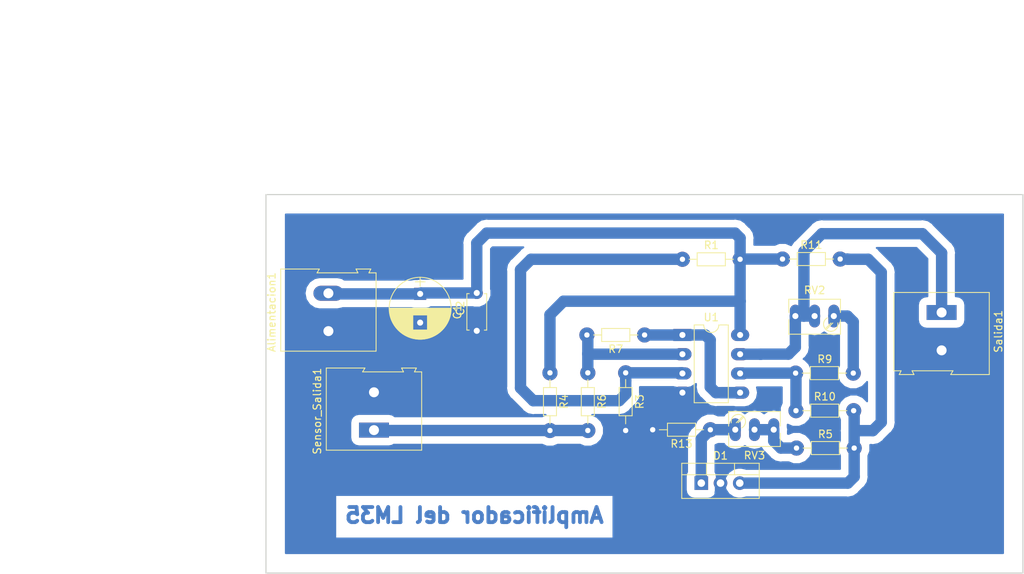
<source format=kicad_pcb>
(kicad_pcb (version 20171130) (host pcbnew 5.0.2-bee76a0~70~ubuntu16.04.1)

  (general
    (thickness 1.6)
    (drawings 7)
    (tracks 120)
    (zones 0)
    (modules 19)
    (nets 13)
  )

  (page A4)
  (title_block
    (title "Amplificador del LM35")
    (company UTN-FRA)
    (comment 1 "Parte 1 del Medidor de Temperatura")
    (comment 2 "Electronica Aplicada II")
  )

  (layers
    (0 F.Cu signal)
    (31 B.Cu signal)
    (32 B.Adhes user)
    (33 F.Adhes user)
    (34 B.Paste user)
    (35 F.Paste user)
    (36 B.SilkS user)
    (37 F.SilkS user)
    (38 B.Mask user)
    (39 F.Mask user)
    (40 Dwgs.User user)
    (41 Cmts.User user)
    (42 Eco1.User user)
    (43 Eco2.User user)
    (44 Edge.Cuts user)
    (45 Margin user)
    (46 B.CrtYd user)
    (47 F.CrtYd user)
    (48 B.Fab user)
    (49 F.Fab user)
  )

  (setup
    (last_trace_width 1)
    (user_trace_width 0.5)
    (user_trace_width 0.6)
    (user_trace_width 0.8)
    (user_trace_width 1)
    (user_trace_width 1.2)
    (user_trace_width 1.4)
    (user_trace_width 1.5)
    (user_trace_width 2)
    (trace_clearance 0.2)
    (zone_clearance 1)
    (zone_45_only no)
    (trace_min 0.2)
    (segment_width 0.2)
    (edge_width 0.15)
    (via_size 0.8)
    (via_drill 0.4)
    (via_min_size 0.4)
    (via_min_drill 0.3)
    (uvia_size 0.3)
    (uvia_drill 0.1)
    (uvias_allowed no)
    (uvia_min_size 0.2)
    (uvia_min_drill 0.1)
    (pcb_text_width 0.3)
    (pcb_text_size 1.5 1.5)
    (mod_edge_width 0.15)
    (mod_text_size 1 1)
    (mod_text_width 0.15)
    (pad_size 2 2)
    (pad_drill 0.7)
    (pad_to_mask_clearance 0.2)
    (solder_mask_min_width 0.25)
    (aux_axis_origin 0 0)
    (visible_elements 7FFFFFFF)
    (pcbplotparams
      (layerselection 0x010fc_ffffffff)
      (usegerberextensions false)
      (usegerberattributes false)
      (usegerberadvancedattributes false)
      (creategerberjobfile false)
      (excludeedgelayer true)
      (linewidth 0.100000)
      (plotframeref false)
      (viasonmask false)
      (mode 1)
      (useauxorigin false)
      (hpglpennumber 1)
      (hpglpenspeed 20)
      (hpglpendiameter 15.000000)
      (psnegative false)
      (psa4output false)
      (plotreference true)
      (plotvalue true)
      (plotinvisibletext false)
      (padsonsilk false)
      (subtractmaskfromsilk false)
      (outputformat 1)
      (mirror false)
      (drillshape 1)
      (scaleselection 1)
      (outputdirectory ""))
  )

  (net 0 "")
  (net 1 GNDREF)
  (net 2 VDD)
  (net 3 "Net-(D1-Pad1)")
  (net 4 "Net-(R1-Pad1)")
  (net 5 "Net-(R4-Pad2)")
  (net 6 "Net-(R5-Pad2)")
  (net 7 "Net-(R6-Pad1)")
  (net 8 "Net-(R7-Pad1)")
  (net 9 "Net-(R10-Pad1)")
  (net 10 "Net-(R9-Pad1)")
  (net 11 "Net-(RV2-Pad2)")
  (net 12 "Net-(D1-Pad3)")

  (net_class Default "Esta es la clase de red por defecto."
    (clearance 0.2)
    (trace_width 0.25)
    (via_dia 0.8)
    (via_drill 0.4)
    (uvia_dia 0.3)
    (uvia_drill 0.1)
    (add_net GNDREF)
    (add_net "Net-(D1-Pad1)")
    (add_net "Net-(D1-Pad3)")
    (add_net "Net-(R1-Pad1)")
    (add_net "Net-(R10-Pad1)")
    (add_net "Net-(R4-Pad2)")
    (add_net "Net-(R5-Pad2)")
    (add_net "Net-(R6-Pad1)")
    (add_net "Net-(R7-Pad1)")
    (add_net "Net-(R9-Pad1)")
    (add_net "Net-(RV2-Pad2)")
    (add_net VDD)
  )

  (module Connectors_Terminal_Blocks:TerminalBlock_Altech_AK300-2_P5.00mm (layer F.Cu) (tedit 59FF0306) (tstamp 5B621348)
    (at 119.27 103.62 90)
    (descr "Altech AK300 terminal block, pitch 5.0mm, 45 degree angled, see http://www.mouser.com/ds/2/16/PCBMETRC-24178.pdf")
    (tags "Altech AK300 terminal block pitch 5.0mm")
    (path /5B624127)
    (fp_text reference Sensor_Salida1 (at 2.5 -7.5 90) (layer F.SilkS)
      (effects (font (size 1 1) (thickness 0.15)))
    )
    (fp_text value " " (at 2.78 7.75 90) (layer F.Fab)
      (effects (font (size 1 1) (thickness 0.15)))
    )
    (fp_arc (start -1.13 -4.65) (end -1.42 -4.13) (angle 104.2) (layer F.Fab) (width 0.1))
    (fp_arc (start -0.01 -3.71) (end -1.62 -5) (angle 100) (layer F.Fab) (width 0.1))
    (fp_arc (start 0.06 -6.07) (end 1.53 -4.12) (angle 75.5) (layer F.Fab) (width 0.1))
    (fp_arc (start 1.03 -4.59) (end 1.53 -5.05) (angle 90.5) (layer F.Fab) (width 0.1))
    (fp_arc (start 3.87 -4.65) (end 3.58 -4.13) (angle 104.2) (layer F.Fab) (width 0.1))
    (fp_arc (start 4.99 -3.71) (end 3.39 -5) (angle 100) (layer F.Fab) (width 0.1))
    (fp_arc (start 5.07 -6.07) (end 6.53 -4.12) (angle 75.5) (layer F.Fab) (width 0.1))
    (fp_arc (start 6.03 -4.59) (end 6.54 -5.05) (angle 90.5) (layer F.Fab) (width 0.1))
    (fp_line (start 8.36 6.47) (end -2.83 6.47) (layer F.CrtYd) (width 0.05))
    (fp_line (start 8.36 6.47) (end 8.36 -6.47) (layer F.CrtYd) (width 0.05))
    (fp_line (start -2.83 -6.47) (end -2.83 6.47) (layer F.CrtYd) (width 0.05))
    (fp_line (start -2.83 -6.47) (end 8.36 -6.47) (layer F.CrtYd) (width 0.05))
    (fp_line (start 3.36 -0.25) (end 6.67 -0.25) (layer F.Fab) (width 0.1))
    (fp_line (start 2.98 -0.25) (end 3.36 -0.25) (layer F.Fab) (width 0.1))
    (fp_line (start 7.05 -0.25) (end 6.67 -0.25) (layer F.Fab) (width 0.1))
    (fp_line (start 6.67 -0.64) (end 3.36 -0.64) (layer F.Fab) (width 0.1))
    (fp_line (start 7.61 -0.64) (end 6.67 -0.64) (layer F.Fab) (width 0.1))
    (fp_line (start 1.66 -0.64) (end 3.36 -0.64) (layer F.Fab) (width 0.1))
    (fp_line (start -1.64 -0.64) (end 1.66 -0.64) (layer F.Fab) (width 0.1))
    (fp_line (start -2.58 -0.64) (end -1.64 -0.64) (layer F.Fab) (width 0.1))
    (fp_line (start 1.66 -0.25) (end -1.64 -0.25) (layer F.Fab) (width 0.1))
    (fp_line (start 2.04 -0.25) (end 1.66 -0.25) (layer F.Fab) (width 0.1))
    (fp_line (start -2.02 -0.25) (end -1.64 -0.25) (layer F.Fab) (width 0.1))
    (fp_line (start -1.49 -4.32) (end 1.56 -4.95) (layer F.Fab) (width 0.1))
    (fp_line (start -1.62 -4.45) (end 1.44 -5.08) (layer F.Fab) (width 0.1))
    (fp_line (start 3.52 -4.32) (end 6.56 -4.95) (layer F.Fab) (width 0.1))
    (fp_line (start 3.39 -4.45) (end 6.44 -5.08) (layer F.Fab) (width 0.1))
    (fp_line (start 2.04 -5.97) (end -2.02 -5.97) (layer F.Fab) (width 0.1))
    (fp_line (start -2.02 -3.43) (end -2.02 -5.97) (layer F.Fab) (width 0.1))
    (fp_line (start 2.04 -3.43) (end -2.02 -3.43) (layer F.Fab) (width 0.1))
    (fp_line (start 2.04 -3.43) (end 2.04 -5.97) (layer F.Fab) (width 0.1))
    (fp_line (start 7.05 -3.43) (end 2.98 -3.43) (layer F.Fab) (width 0.1))
    (fp_line (start 7.05 -5.97) (end 7.05 -3.43) (layer F.Fab) (width 0.1))
    (fp_line (start 2.98 -5.97) (end 7.05 -5.97) (layer F.Fab) (width 0.1))
    (fp_line (start 2.98 -3.43) (end 2.98 -5.97) (layer F.Fab) (width 0.1))
    (fp_line (start 7.61 -3.17) (end 7.61 -1.65) (layer F.Fab) (width 0.1))
    (fp_line (start -2.58 -3.17) (end -2.58 -6.22) (layer F.Fab) (width 0.1))
    (fp_line (start -2.58 -3.17) (end 7.61 -3.17) (layer F.Fab) (width 0.1))
    (fp_line (start 7.61 -0.64) (end 7.61 4.06) (layer F.Fab) (width 0.1))
    (fp_line (start 7.61 -1.65) (end 7.61 -0.64) (layer F.Fab) (width 0.1))
    (fp_line (start -2.58 -0.64) (end -2.58 -3.17) (layer F.Fab) (width 0.1))
    (fp_line (start -2.58 6.22) (end -2.58 -0.64) (layer F.Fab) (width 0.1))
    (fp_line (start 6.67 0.51) (end 6.28 0.51) (layer F.Fab) (width 0.1))
    (fp_line (start 3.36 0.51) (end 3.74 0.51) (layer F.Fab) (width 0.1))
    (fp_line (start 1.66 0.51) (end 1.28 0.51) (layer F.Fab) (width 0.1))
    (fp_line (start -1.64 0.51) (end -1.26 0.51) (layer F.Fab) (width 0.1))
    (fp_line (start -1.64 3.68) (end -1.64 0.51) (layer F.Fab) (width 0.1))
    (fp_line (start 1.66 3.68) (end -1.64 3.68) (layer F.Fab) (width 0.1))
    (fp_line (start 1.66 3.68) (end 1.66 0.51) (layer F.Fab) (width 0.1))
    (fp_line (start 3.36 3.68) (end 3.36 0.51) (layer F.Fab) (width 0.1))
    (fp_line (start 6.67 3.68) (end 3.36 3.68) (layer F.Fab) (width 0.1))
    (fp_line (start 6.67 3.68) (end 6.67 0.51) (layer F.Fab) (width 0.1))
    (fp_line (start -2.02 4.32) (end -2.02 6.22) (layer F.Fab) (width 0.1))
    (fp_line (start 2.04 4.32) (end 2.04 -0.25) (layer F.Fab) (width 0.1))
    (fp_line (start 2.04 4.32) (end -2.02 4.32) (layer F.Fab) (width 0.1))
    (fp_line (start 7.05 4.32) (end 7.05 6.22) (layer F.Fab) (width 0.1))
    (fp_line (start 2.98 4.32) (end 2.98 -0.25) (layer F.Fab) (width 0.1))
    (fp_line (start 2.98 4.32) (end 7.05 4.32) (layer F.Fab) (width 0.1))
    (fp_line (start -2.02 6.22) (end 2.04 6.22) (layer F.Fab) (width 0.1))
    (fp_line (start -2.58 6.22) (end -2.02 6.22) (layer F.Fab) (width 0.1))
    (fp_line (start -2.02 -0.25) (end -2.02 4.32) (layer F.Fab) (width 0.1))
    (fp_line (start 2.04 6.22) (end 2.98 6.22) (layer F.Fab) (width 0.1))
    (fp_line (start 2.04 6.22) (end 2.04 4.32) (layer F.Fab) (width 0.1))
    (fp_line (start 7.05 6.22) (end 7.61 6.22) (layer F.Fab) (width 0.1))
    (fp_line (start 2.98 6.22) (end 7.05 6.22) (layer F.Fab) (width 0.1))
    (fp_line (start 7.05 -0.25) (end 7.05 4.32) (layer F.Fab) (width 0.1))
    (fp_line (start 2.98 6.22) (end 2.98 4.32) (layer F.Fab) (width 0.1))
    (fp_line (start 8.11 3.81) (end 8.11 5.46) (layer F.Fab) (width 0.1))
    (fp_line (start 7.61 4.06) (end 7.61 5.21) (layer F.Fab) (width 0.1))
    (fp_line (start 8.11 3.81) (end 7.61 4.06) (layer F.Fab) (width 0.1))
    (fp_line (start 7.61 5.21) (end 7.61 6.22) (layer F.Fab) (width 0.1))
    (fp_line (start 8.11 5.46) (end 7.61 5.21) (layer F.Fab) (width 0.1))
    (fp_line (start 8.11 -1.4) (end 7.61 -1.65) (layer F.Fab) (width 0.1))
    (fp_line (start 8.11 -6.22) (end 8.11 -1.4) (layer F.Fab) (width 0.1))
    (fp_line (start 7.61 -6.22) (end 8.11 -6.22) (layer F.Fab) (width 0.1))
    (fp_line (start 7.61 -6.22) (end -2.58 -6.22) (layer F.Fab) (width 0.1))
    (fp_line (start 7.61 -6.22) (end 7.61 -3.17) (layer F.Fab) (width 0.1))
    (fp_line (start 3.74 2.54) (end 3.74 -0.25) (layer F.Fab) (width 0.1))
    (fp_line (start 3.74 -0.25) (end 6.28 -0.25) (layer F.Fab) (width 0.1))
    (fp_line (start 6.28 2.54) (end 6.28 -0.25) (layer F.Fab) (width 0.1))
    (fp_line (start 3.74 2.54) (end 6.28 2.54) (layer F.Fab) (width 0.1))
    (fp_line (start -1.26 2.54) (end -1.26 -0.25) (layer F.Fab) (width 0.1))
    (fp_line (start -1.26 -0.25) (end 1.28 -0.25) (layer F.Fab) (width 0.1))
    (fp_line (start 1.28 2.54) (end 1.28 -0.25) (layer F.Fab) (width 0.1))
    (fp_line (start -1.26 2.54) (end 1.28 2.54) (layer F.Fab) (width 0.1))
    (fp_line (start 8.2 -6.3) (end -2.65 -6.3) (layer F.SilkS) (width 0.12))
    (fp_line (start 8.2 -1.2) (end 8.2 -6.3) (layer F.SilkS) (width 0.12))
    (fp_line (start 7.7 -1.5) (end 8.2 -1.2) (layer F.SilkS) (width 0.12))
    (fp_line (start 7.7 3.9) (end 7.7 -1.5) (layer F.SilkS) (width 0.12))
    (fp_line (start 8.2 3.65) (end 7.7 3.9) (layer F.SilkS) (width 0.12))
    (fp_line (start 8.2 3.7) (end 8.2 3.65) (layer F.SilkS) (width 0.12))
    (fp_line (start 8.2 5.6) (end 8.2 3.7) (layer F.SilkS) (width 0.12))
    (fp_line (start 7.7 5.35) (end 8.2 5.6) (layer F.SilkS) (width 0.12))
    (fp_line (start 7.7 6.3) (end 7.7 5.35) (layer F.SilkS) (width 0.12))
    (fp_line (start -2.65 6.3) (end 7.7 6.3) (layer F.SilkS) (width 0.12))
    (fp_line (start -2.65 -6.3) (end -2.65 6.3) (layer F.SilkS) (width 0.12))
    (fp_text user %R (at 2.5 -2 90) (layer F.Fab)
      (effects (font (size 1 1) (thickness 0.15)))
    )
    (pad 2 thru_hole oval (at 5 0 90) (size 1.98 3.96) (drill 1.32) (layers *.Cu *.Mask)
      (net 1 GNDREF))
    (pad 1 thru_hole rect (at 0 0 90) (size 1.98 3.96) (drill 1.32) (layers *.Cu *.Mask)
      (net 5 "Net-(R4-Pad2)"))
    (model ${KISYS3DMOD}/Terminal_Blocks.3dshapes/TerminalBlock_Altech_AK300-2_P5.00mm.wrl
      (at (xyz 0 0 0))
      (scale (xyz 1 1 1))
      (rotate (xyz 0 0 0))
    )
  )

  (module Resistors_THT:R_Axial_DIN0204_L3.6mm_D1.6mm_P7.62mm_Horizontal (layer F.Cu) (tedit 5874F706) (tstamp 5B621242)
    (at 163.71 103.57 180)
    (descr "Resistor, Axial_DIN0204 series, Axial, Horizontal, pin pitch=7.62mm, 0.16666666666666666W = 1/6W, length*diameter=3.6*1.6mm^2, http://cdn-reichelt.de/documents/datenblatt/B400/1_4W%23YAG.pdf")
    (tags "Resistor Axial_DIN0204 series Axial Horizontal pin pitch 7.62mm 0.16666666666666666W = 1/6W length 3.6mm diameter 1.6mm")
    (path /5B6082E7)
    (fp_text reference R13 (at 3.81 -1.86 180) (layer F.SilkS)
      (effects (font (size 1 1) (thickness 0.15)))
    )
    (fp_text value 2k2 (at 3.83 0.08 180) (layer F.Fab)
      (effects (font (size 1 1) (thickness 0.15)))
    )
    (fp_line (start 2.01 -0.8) (end 2.01 0.8) (layer F.Fab) (width 0.1))
    (fp_line (start 2.01 0.8) (end 5.61 0.8) (layer F.Fab) (width 0.1))
    (fp_line (start 5.61 0.8) (end 5.61 -0.8) (layer F.Fab) (width 0.1))
    (fp_line (start 5.61 -0.8) (end 2.01 -0.8) (layer F.Fab) (width 0.1))
    (fp_line (start 0 0) (end 2.01 0) (layer F.Fab) (width 0.1))
    (fp_line (start 7.62 0) (end 5.61 0) (layer F.Fab) (width 0.1))
    (fp_line (start 1.95 -0.86) (end 1.95 0.86) (layer F.SilkS) (width 0.12))
    (fp_line (start 1.95 0.86) (end 5.67 0.86) (layer F.SilkS) (width 0.12))
    (fp_line (start 5.67 0.86) (end 5.67 -0.86) (layer F.SilkS) (width 0.12))
    (fp_line (start 5.67 -0.86) (end 1.95 -0.86) (layer F.SilkS) (width 0.12))
    (fp_line (start 0.88 0) (end 1.95 0) (layer F.SilkS) (width 0.12))
    (fp_line (start 6.74 0) (end 5.67 0) (layer F.SilkS) (width 0.12))
    (fp_line (start -0.95 -1.15) (end -0.95 1.15) (layer F.CrtYd) (width 0.05))
    (fp_line (start -0.95 1.15) (end 8.6 1.15) (layer F.CrtYd) (width 0.05))
    (fp_line (start 8.6 1.15) (end 8.6 -1.15) (layer F.CrtYd) (width 0.05))
    (fp_line (start 8.6 -1.15) (end -0.95 -1.15) (layer F.CrtYd) (width 0.05))
    (pad 1 thru_hole circle (at 0 0 180) (size 2 2) (drill 0.7) (layers *.Cu *.Mask)
      (net 3 "Net-(D1-Pad1)"))
    (pad 2 thru_hole circle (at 7.62 0 180) (size 2 2) (drill 0.7) (layers *.Cu *.Mask)
      (net 1 GNDREF))
    (model ${KISYS3DMOD}/Resistors_THT.3dshapes/R_Axial_DIN0204_L3.6mm_D1.6mm_P7.62mm_Horizontal.wrl
      (at (xyz 0 0 0))
      (scale (xyz 0.393701 0.393701 0.393701))
      (rotate (xyz 0 0 0))
    )
  )

  (module Connectors_Terminal_Blocks:TerminalBlock_Altech_AK300-2_P5.00mm (layer F.Cu) (tedit 59FF0306) (tstamp 5B621088)
    (at 113.25 90.54 90)
    (descr "Altech AK300 terminal block, pitch 5.0mm, 45 degree angled, see http://www.mouser.com/ds/2/16/PCBMETRC-24178.pdf")
    (tags "Altech AK300 terminal block pitch 5.0mm")
    (path /5B60FC9B)
    (fp_text reference Alimentacion1 (at 2.5 -7.5 90) (layer F.SilkS)
      (effects (font (size 1 1) (thickness 0.15)))
    )
    (fp_text value " " (at 2.78 7.75 90) (layer F.Fab)
      (effects (font (size 1 1) (thickness 0.15)))
    )
    (fp_text user %R (at 2.5 -2 90) (layer F.Fab)
      (effects (font (size 1 1) (thickness 0.15)))
    )
    (fp_line (start -2.65 -6.3) (end -2.65 6.3) (layer F.SilkS) (width 0.12))
    (fp_line (start -2.65 6.3) (end 7.7 6.3) (layer F.SilkS) (width 0.12))
    (fp_line (start 7.7 6.3) (end 7.7 5.35) (layer F.SilkS) (width 0.12))
    (fp_line (start 7.7 5.35) (end 8.2 5.6) (layer F.SilkS) (width 0.12))
    (fp_line (start 8.2 5.6) (end 8.2 3.7) (layer F.SilkS) (width 0.12))
    (fp_line (start 8.2 3.7) (end 8.2 3.65) (layer F.SilkS) (width 0.12))
    (fp_line (start 8.2 3.65) (end 7.7 3.9) (layer F.SilkS) (width 0.12))
    (fp_line (start 7.7 3.9) (end 7.7 -1.5) (layer F.SilkS) (width 0.12))
    (fp_line (start 7.7 -1.5) (end 8.2 -1.2) (layer F.SilkS) (width 0.12))
    (fp_line (start 8.2 -1.2) (end 8.2 -6.3) (layer F.SilkS) (width 0.12))
    (fp_line (start 8.2 -6.3) (end -2.65 -6.3) (layer F.SilkS) (width 0.12))
    (fp_line (start -1.26 2.54) (end 1.28 2.54) (layer F.Fab) (width 0.1))
    (fp_line (start 1.28 2.54) (end 1.28 -0.25) (layer F.Fab) (width 0.1))
    (fp_line (start -1.26 -0.25) (end 1.28 -0.25) (layer F.Fab) (width 0.1))
    (fp_line (start -1.26 2.54) (end -1.26 -0.25) (layer F.Fab) (width 0.1))
    (fp_line (start 3.74 2.54) (end 6.28 2.54) (layer F.Fab) (width 0.1))
    (fp_line (start 6.28 2.54) (end 6.28 -0.25) (layer F.Fab) (width 0.1))
    (fp_line (start 3.74 -0.25) (end 6.28 -0.25) (layer F.Fab) (width 0.1))
    (fp_line (start 3.74 2.54) (end 3.74 -0.25) (layer F.Fab) (width 0.1))
    (fp_line (start 7.61 -6.22) (end 7.61 -3.17) (layer F.Fab) (width 0.1))
    (fp_line (start 7.61 -6.22) (end -2.58 -6.22) (layer F.Fab) (width 0.1))
    (fp_line (start 7.61 -6.22) (end 8.11 -6.22) (layer F.Fab) (width 0.1))
    (fp_line (start 8.11 -6.22) (end 8.11 -1.4) (layer F.Fab) (width 0.1))
    (fp_line (start 8.11 -1.4) (end 7.61 -1.65) (layer F.Fab) (width 0.1))
    (fp_line (start 8.11 5.46) (end 7.61 5.21) (layer F.Fab) (width 0.1))
    (fp_line (start 7.61 5.21) (end 7.61 6.22) (layer F.Fab) (width 0.1))
    (fp_line (start 8.11 3.81) (end 7.61 4.06) (layer F.Fab) (width 0.1))
    (fp_line (start 7.61 4.06) (end 7.61 5.21) (layer F.Fab) (width 0.1))
    (fp_line (start 8.11 3.81) (end 8.11 5.46) (layer F.Fab) (width 0.1))
    (fp_line (start 2.98 6.22) (end 2.98 4.32) (layer F.Fab) (width 0.1))
    (fp_line (start 7.05 -0.25) (end 7.05 4.32) (layer F.Fab) (width 0.1))
    (fp_line (start 2.98 6.22) (end 7.05 6.22) (layer F.Fab) (width 0.1))
    (fp_line (start 7.05 6.22) (end 7.61 6.22) (layer F.Fab) (width 0.1))
    (fp_line (start 2.04 6.22) (end 2.04 4.32) (layer F.Fab) (width 0.1))
    (fp_line (start 2.04 6.22) (end 2.98 6.22) (layer F.Fab) (width 0.1))
    (fp_line (start -2.02 -0.25) (end -2.02 4.32) (layer F.Fab) (width 0.1))
    (fp_line (start -2.58 6.22) (end -2.02 6.22) (layer F.Fab) (width 0.1))
    (fp_line (start -2.02 6.22) (end 2.04 6.22) (layer F.Fab) (width 0.1))
    (fp_line (start 2.98 4.32) (end 7.05 4.32) (layer F.Fab) (width 0.1))
    (fp_line (start 2.98 4.32) (end 2.98 -0.25) (layer F.Fab) (width 0.1))
    (fp_line (start 7.05 4.32) (end 7.05 6.22) (layer F.Fab) (width 0.1))
    (fp_line (start 2.04 4.32) (end -2.02 4.32) (layer F.Fab) (width 0.1))
    (fp_line (start 2.04 4.32) (end 2.04 -0.25) (layer F.Fab) (width 0.1))
    (fp_line (start -2.02 4.32) (end -2.02 6.22) (layer F.Fab) (width 0.1))
    (fp_line (start 6.67 3.68) (end 6.67 0.51) (layer F.Fab) (width 0.1))
    (fp_line (start 6.67 3.68) (end 3.36 3.68) (layer F.Fab) (width 0.1))
    (fp_line (start 3.36 3.68) (end 3.36 0.51) (layer F.Fab) (width 0.1))
    (fp_line (start 1.66 3.68) (end 1.66 0.51) (layer F.Fab) (width 0.1))
    (fp_line (start 1.66 3.68) (end -1.64 3.68) (layer F.Fab) (width 0.1))
    (fp_line (start -1.64 3.68) (end -1.64 0.51) (layer F.Fab) (width 0.1))
    (fp_line (start -1.64 0.51) (end -1.26 0.51) (layer F.Fab) (width 0.1))
    (fp_line (start 1.66 0.51) (end 1.28 0.51) (layer F.Fab) (width 0.1))
    (fp_line (start 3.36 0.51) (end 3.74 0.51) (layer F.Fab) (width 0.1))
    (fp_line (start 6.67 0.51) (end 6.28 0.51) (layer F.Fab) (width 0.1))
    (fp_line (start -2.58 6.22) (end -2.58 -0.64) (layer F.Fab) (width 0.1))
    (fp_line (start -2.58 -0.64) (end -2.58 -3.17) (layer F.Fab) (width 0.1))
    (fp_line (start 7.61 -1.65) (end 7.61 -0.64) (layer F.Fab) (width 0.1))
    (fp_line (start 7.61 -0.64) (end 7.61 4.06) (layer F.Fab) (width 0.1))
    (fp_line (start -2.58 -3.17) (end 7.61 -3.17) (layer F.Fab) (width 0.1))
    (fp_line (start -2.58 -3.17) (end -2.58 -6.22) (layer F.Fab) (width 0.1))
    (fp_line (start 7.61 -3.17) (end 7.61 -1.65) (layer F.Fab) (width 0.1))
    (fp_line (start 2.98 -3.43) (end 2.98 -5.97) (layer F.Fab) (width 0.1))
    (fp_line (start 2.98 -5.97) (end 7.05 -5.97) (layer F.Fab) (width 0.1))
    (fp_line (start 7.05 -5.97) (end 7.05 -3.43) (layer F.Fab) (width 0.1))
    (fp_line (start 7.05 -3.43) (end 2.98 -3.43) (layer F.Fab) (width 0.1))
    (fp_line (start 2.04 -3.43) (end 2.04 -5.97) (layer F.Fab) (width 0.1))
    (fp_line (start 2.04 -3.43) (end -2.02 -3.43) (layer F.Fab) (width 0.1))
    (fp_line (start -2.02 -3.43) (end -2.02 -5.97) (layer F.Fab) (width 0.1))
    (fp_line (start 2.04 -5.97) (end -2.02 -5.97) (layer F.Fab) (width 0.1))
    (fp_line (start 3.39 -4.45) (end 6.44 -5.08) (layer F.Fab) (width 0.1))
    (fp_line (start 3.52 -4.32) (end 6.56 -4.95) (layer F.Fab) (width 0.1))
    (fp_line (start -1.62 -4.45) (end 1.44 -5.08) (layer F.Fab) (width 0.1))
    (fp_line (start -1.49 -4.32) (end 1.56 -4.95) (layer F.Fab) (width 0.1))
    (fp_line (start -2.02 -0.25) (end -1.64 -0.25) (layer F.Fab) (width 0.1))
    (fp_line (start 2.04 -0.25) (end 1.66 -0.25) (layer F.Fab) (width 0.1))
    (fp_line (start 1.66 -0.25) (end -1.64 -0.25) (layer F.Fab) (width 0.1))
    (fp_line (start -2.58 -0.64) (end -1.64 -0.64) (layer F.Fab) (width 0.1))
    (fp_line (start -1.64 -0.64) (end 1.66 -0.64) (layer F.Fab) (width 0.1))
    (fp_line (start 1.66 -0.64) (end 3.36 -0.64) (layer F.Fab) (width 0.1))
    (fp_line (start 7.61 -0.64) (end 6.67 -0.64) (layer F.Fab) (width 0.1))
    (fp_line (start 6.67 -0.64) (end 3.36 -0.64) (layer F.Fab) (width 0.1))
    (fp_line (start 7.05 -0.25) (end 6.67 -0.25) (layer F.Fab) (width 0.1))
    (fp_line (start 2.98 -0.25) (end 3.36 -0.25) (layer F.Fab) (width 0.1))
    (fp_line (start 3.36 -0.25) (end 6.67 -0.25) (layer F.Fab) (width 0.1))
    (fp_line (start -2.83 -6.47) (end 8.36 -6.47) (layer F.CrtYd) (width 0.05))
    (fp_line (start -2.83 -6.47) (end -2.83 6.47) (layer F.CrtYd) (width 0.05))
    (fp_line (start 8.36 6.47) (end 8.36 -6.47) (layer F.CrtYd) (width 0.05))
    (fp_line (start 8.36 6.47) (end -2.83 6.47) (layer F.CrtYd) (width 0.05))
    (fp_arc (start 6.03 -4.59) (end 6.54 -5.05) (angle 90.5) (layer F.Fab) (width 0.1))
    (fp_arc (start 5.07 -6.07) (end 6.53 -4.12) (angle 75.5) (layer F.Fab) (width 0.1))
    (fp_arc (start 4.99 -3.71) (end 3.39 -5) (angle 100) (layer F.Fab) (width 0.1))
    (fp_arc (start 3.87 -4.65) (end 3.58 -4.13) (angle 104.2) (layer F.Fab) (width 0.1))
    (fp_arc (start 1.03 -4.59) (end 1.53 -5.05) (angle 90.5) (layer F.Fab) (width 0.1))
    (fp_arc (start 0.06 -6.07) (end 1.53 -4.12) (angle 75.5) (layer F.Fab) (width 0.1))
    (fp_arc (start -0.01 -3.71) (end -1.62 -5) (angle 100) (layer F.Fab) (width 0.1))
    (fp_arc (start -1.13 -4.65) (end -1.42 -4.13) (angle 104.2) (layer F.Fab) (width 0.1))
    (pad 1 thru_hole rect (at 0 0 90) (size 1.98 3.96) (drill 1.32) (layers *.Cu *.Mask)
      (net 1 GNDREF))
    (pad 2 thru_hole oval (at 5 0 90) (size 1.98 3.96) (drill 1.32) (layers *.Cu *.Mask)
      (net 2 VDD))
    (model ${KISYS3DMOD}/Terminal_Blocks.3dshapes/TerminalBlock_Altech_AK300-2_P5.00mm.wrl
      (at (xyz 0 0 0))
      (scale (xyz 1 1 1))
      (rotate (xyz 0 0 0))
    )
  )

  (module Capacitors_THT:C_Disc_D4.7mm_W2.5mm_P5.00mm (layer F.Cu) (tedit 597BC7C2) (tstamp 5B623543)
    (at 132.85 90.5 90)
    (descr "C, Disc series, Radial, pin pitch=5.00mm, , diameter*width=4.7*2.5mm^2, Capacitor, http://www.vishay.com/docs/45233/krseries.pdf")
    (tags "C Disc series Radial pin pitch 5.00mm  diameter 4.7mm width 2.5mm Capacitor")
    (path /5B5F8651)
    (fp_text reference C1 (at 2.5 -2.56 90) (layer F.SilkS)
      (effects (font (size 1 1) (thickness 0.15)))
    )
    (fp_text value C (at 2.5 2.56 90) (layer F.Fab)
      (effects (font (size 1 1) (thickness 0.15)))
    )
    (fp_text user %R (at 2.5 0 90) (layer F.Fab)
      (effects (font (size 1 1) (thickness 0.15)))
    )
    (fp_line (start 6.05 -1.6) (end -1.05 -1.6) (layer F.CrtYd) (width 0.05))
    (fp_line (start 6.05 1.6) (end 6.05 -1.6) (layer F.CrtYd) (width 0.05))
    (fp_line (start -1.05 1.6) (end 6.05 1.6) (layer F.CrtYd) (width 0.05))
    (fp_line (start -1.05 -1.6) (end -1.05 1.6) (layer F.CrtYd) (width 0.05))
    (fp_line (start 4.91 0.996) (end 4.91 1.31) (layer F.SilkS) (width 0.12))
    (fp_line (start 4.91 -1.31) (end 4.91 -0.996) (layer F.SilkS) (width 0.12))
    (fp_line (start 0.09 0.996) (end 0.09 1.31) (layer F.SilkS) (width 0.12))
    (fp_line (start 0.09 -1.31) (end 0.09 -0.996) (layer F.SilkS) (width 0.12))
    (fp_line (start 0.09 1.31) (end 4.91 1.31) (layer F.SilkS) (width 0.12))
    (fp_line (start 0.09 -1.31) (end 4.91 -1.31) (layer F.SilkS) (width 0.12))
    (fp_line (start 4.85 -1.25) (end 0.15 -1.25) (layer F.Fab) (width 0.1))
    (fp_line (start 4.85 1.25) (end 4.85 -1.25) (layer F.Fab) (width 0.1))
    (fp_line (start 0.15 1.25) (end 4.85 1.25) (layer F.Fab) (width 0.1))
    (fp_line (start 0.15 -1.25) (end 0.15 1.25) (layer F.Fab) (width 0.1))
    (pad 2 thru_hole circle (at 5 0 90) (size 1.6 1.6) (drill 0.8) (layers *.Cu *.Mask)
      (net 2 VDD))
    (pad 1 thru_hole circle (at 0 0 90) (size 1.6 1.6) (drill 0.8) (layers *.Cu *.Mask)
      (net 1 GNDREF))
    (model ${KISYS3DMOD}/Capacitors_THT.3dshapes/C_Disc_D4.7mm_W2.5mm_P5.00mm.wrl
      (at (xyz 0 0 0))
      (scale (xyz 1 1 1))
      (rotate (xyz 0 0 0))
    )
  )

  (module Capacitors_THT:CP_Radial_D8.0mm_P3.80mm (layer F.Cu) (tedit 597BC7C2) (tstamp 5B621146)
    (at 125.37 85.62 270)
    (descr "CP, Radial series, Radial, pin pitch=3.80mm, , diameter=8mm, Electrolytic Capacitor")
    (tags "CP Radial series Radial pin pitch 3.80mm  diameter 8mm Electrolytic Capacitor")
    (path /5B5F86C3)
    (fp_text reference C2 (at 1.9 -5.31 270) (layer F.SilkS)
      (effects (font (size 1 1) (thickness 0.15)))
    )
    (fp_text value CP (at 1.9 5.31 270) (layer F.Fab)
      (effects (font (size 1 1) (thickness 0.15)))
    )
    (fp_text user %R (at 1.9 0 270) (layer F.Fab)
      (effects (font (size 1 1) (thickness 0.15)))
    )
    (fp_line (start 6.25 -4.35) (end -2.45 -4.35) (layer F.CrtYd) (width 0.05))
    (fp_line (start 6.25 4.35) (end 6.25 -4.35) (layer F.CrtYd) (width 0.05))
    (fp_line (start -2.45 4.35) (end 6.25 4.35) (layer F.CrtYd) (width 0.05))
    (fp_line (start -2.45 -4.35) (end -2.45 4.35) (layer F.CrtYd) (width 0.05))
    (fp_line (start -1.6 -0.65) (end -1.6 0.65) (layer F.SilkS) (width 0.12))
    (fp_line (start -2.2 0) (end -1 0) (layer F.SilkS) (width 0.12))
    (fp_line (start 5.981 -0.246) (end 5.981 0.246) (layer F.SilkS) (width 0.12))
    (fp_line (start 5.941 -0.598) (end 5.941 0.598) (layer F.SilkS) (width 0.12))
    (fp_line (start 5.901 -0.814) (end 5.901 0.814) (layer F.SilkS) (width 0.12))
    (fp_line (start 5.861 -0.983) (end 5.861 0.983) (layer F.SilkS) (width 0.12))
    (fp_line (start 5.821 -1.127) (end 5.821 1.127) (layer F.SilkS) (width 0.12))
    (fp_line (start 5.781 -1.254) (end 5.781 1.254) (layer F.SilkS) (width 0.12))
    (fp_line (start 5.741 -1.369) (end 5.741 1.369) (layer F.SilkS) (width 0.12))
    (fp_line (start 5.701 -1.473) (end 5.701 1.473) (layer F.SilkS) (width 0.12))
    (fp_line (start 5.661 -1.57) (end 5.661 1.57) (layer F.SilkS) (width 0.12))
    (fp_line (start 5.621 -1.66) (end 5.621 1.66) (layer F.SilkS) (width 0.12))
    (fp_line (start 5.581 -1.745) (end 5.581 1.745) (layer F.SilkS) (width 0.12))
    (fp_line (start 5.541 -1.826) (end 5.541 1.826) (layer F.SilkS) (width 0.12))
    (fp_line (start 5.501 -1.902) (end 5.501 1.902) (layer F.SilkS) (width 0.12))
    (fp_line (start 5.461 -1.974) (end 5.461 1.974) (layer F.SilkS) (width 0.12))
    (fp_line (start 5.421 -2.043) (end 5.421 2.043) (layer F.SilkS) (width 0.12))
    (fp_line (start 5.381 -2.109) (end 5.381 2.109) (layer F.SilkS) (width 0.12))
    (fp_line (start 5.341 -2.173) (end 5.341 2.173) (layer F.SilkS) (width 0.12))
    (fp_line (start 5.301 -2.234) (end 5.301 2.234) (layer F.SilkS) (width 0.12))
    (fp_line (start 5.261 -2.293) (end 5.261 2.293) (layer F.SilkS) (width 0.12))
    (fp_line (start 5.221 -2.349) (end 5.221 2.349) (layer F.SilkS) (width 0.12))
    (fp_line (start 5.181 -2.404) (end 5.181 2.404) (layer F.SilkS) (width 0.12))
    (fp_line (start 5.141 -2.457) (end 5.141 2.457) (layer F.SilkS) (width 0.12))
    (fp_line (start 5.101 -2.508) (end 5.101 2.508) (layer F.SilkS) (width 0.12))
    (fp_line (start 5.061 -2.557) (end 5.061 2.557) (layer F.SilkS) (width 0.12))
    (fp_line (start 5.021 -2.605) (end 5.021 2.605) (layer F.SilkS) (width 0.12))
    (fp_line (start 4.981 -2.652) (end 4.981 2.652) (layer F.SilkS) (width 0.12))
    (fp_line (start 4.941 -2.697) (end 4.941 2.697) (layer F.SilkS) (width 0.12))
    (fp_line (start 4.901 -2.74) (end 4.901 2.74) (layer F.SilkS) (width 0.12))
    (fp_line (start 4.861 -2.783) (end 4.861 2.783) (layer F.SilkS) (width 0.12))
    (fp_line (start 4.821 -2.824) (end 4.821 2.824) (layer F.SilkS) (width 0.12))
    (fp_line (start 4.781 -2.865) (end 4.781 2.865) (layer F.SilkS) (width 0.12))
    (fp_line (start 4.741 0.98) (end 4.741 2.904) (layer F.SilkS) (width 0.12))
    (fp_line (start 4.741 -2.904) (end 4.741 -0.98) (layer F.SilkS) (width 0.12))
    (fp_line (start 4.701 0.98) (end 4.701 2.942) (layer F.SilkS) (width 0.12))
    (fp_line (start 4.701 -2.942) (end 4.701 -0.98) (layer F.SilkS) (width 0.12))
    (fp_line (start 4.661 0.98) (end 4.661 2.979) (layer F.SilkS) (width 0.12))
    (fp_line (start 4.661 -2.979) (end 4.661 -0.98) (layer F.SilkS) (width 0.12))
    (fp_line (start 4.621 0.98) (end 4.621 3.015) (layer F.SilkS) (width 0.12))
    (fp_line (start 4.621 -3.015) (end 4.621 -0.98) (layer F.SilkS) (width 0.12))
    (fp_line (start 4.581 0.98) (end 4.581 3.05) (layer F.SilkS) (width 0.12))
    (fp_line (start 4.581 -3.05) (end 4.581 -0.98) (layer F.SilkS) (width 0.12))
    (fp_line (start 4.541 0.98) (end 4.541 3.084) (layer F.SilkS) (width 0.12))
    (fp_line (start 4.541 -3.084) (end 4.541 -0.98) (layer F.SilkS) (width 0.12))
    (fp_line (start 4.501 0.98) (end 4.501 3.118) (layer F.SilkS) (width 0.12))
    (fp_line (start 4.501 -3.118) (end 4.501 -0.98) (layer F.SilkS) (width 0.12))
    (fp_line (start 4.461 0.98) (end 4.461 3.15) (layer F.SilkS) (width 0.12))
    (fp_line (start 4.461 -3.15) (end 4.461 -0.98) (layer F.SilkS) (width 0.12))
    (fp_line (start 4.421 0.98) (end 4.421 3.182) (layer F.SilkS) (width 0.12))
    (fp_line (start 4.421 -3.182) (end 4.421 -0.98) (layer F.SilkS) (width 0.12))
    (fp_line (start 4.381 0.98) (end 4.381 3.213) (layer F.SilkS) (width 0.12))
    (fp_line (start 4.381 -3.213) (end 4.381 -0.98) (layer F.SilkS) (width 0.12))
    (fp_line (start 4.341 0.98) (end 4.341 3.243) (layer F.SilkS) (width 0.12))
    (fp_line (start 4.341 -3.243) (end 4.341 -0.98) (layer F.SilkS) (width 0.12))
    (fp_line (start 4.301 0.98) (end 4.301 3.272) (layer F.SilkS) (width 0.12))
    (fp_line (start 4.301 -3.272) (end 4.301 -0.98) (layer F.SilkS) (width 0.12))
    (fp_line (start 4.261 0.98) (end 4.261 3.301) (layer F.SilkS) (width 0.12))
    (fp_line (start 4.261 -3.301) (end 4.261 -0.98) (layer F.SilkS) (width 0.12))
    (fp_line (start 4.221 0.98) (end 4.221 3.329) (layer F.SilkS) (width 0.12))
    (fp_line (start 4.221 -3.329) (end 4.221 -0.98) (layer F.SilkS) (width 0.12))
    (fp_line (start 4.181 0.98) (end 4.181 3.356) (layer F.SilkS) (width 0.12))
    (fp_line (start 4.181 -3.356) (end 4.181 -0.98) (layer F.SilkS) (width 0.12))
    (fp_line (start 4.141 0.98) (end 4.141 3.383) (layer F.SilkS) (width 0.12))
    (fp_line (start 4.141 -3.383) (end 4.141 -0.98) (layer F.SilkS) (width 0.12))
    (fp_line (start 4.101 0.98) (end 4.101 3.408) (layer F.SilkS) (width 0.12))
    (fp_line (start 4.101 -3.408) (end 4.101 -0.98) (layer F.SilkS) (width 0.12))
    (fp_line (start 4.061 0.98) (end 4.061 3.434) (layer F.SilkS) (width 0.12))
    (fp_line (start 4.061 -3.434) (end 4.061 -0.98) (layer F.SilkS) (width 0.12))
    (fp_line (start 4.021 0.98) (end 4.021 3.458) (layer F.SilkS) (width 0.12))
    (fp_line (start 4.021 -3.458) (end 4.021 -0.98) (layer F.SilkS) (width 0.12))
    (fp_line (start 3.981 0.98) (end 3.981 3.482) (layer F.SilkS) (width 0.12))
    (fp_line (start 3.981 -3.482) (end 3.981 -0.98) (layer F.SilkS) (width 0.12))
    (fp_line (start 3.941 0.98) (end 3.941 3.505) (layer F.SilkS) (width 0.12))
    (fp_line (start 3.941 -3.505) (end 3.941 -0.98) (layer F.SilkS) (width 0.12))
    (fp_line (start 3.901 0.98) (end 3.901 3.528) (layer F.SilkS) (width 0.12))
    (fp_line (start 3.901 -3.528) (end 3.901 -0.98) (layer F.SilkS) (width 0.12))
    (fp_line (start 3.861 0.98) (end 3.861 3.55) (layer F.SilkS) (width 0.12))
    (fp_line (start 3.861 -3.55) (end 3.861 -0.98) (layer F.SilkS) (width 0.12))
    (fp_line (start 3.821 0.98) (end 3.821 3.572) (layer F.SilkS) (width 0.12))
    (fp_line (start 3.821 -3.572) (end 3.821 -0.98) (layer F.SilkS) (width 0.12))
    (fp_line (start 3.781 0.98) (end 3.781 3.593) (layer F.SilkS) (width 0.12))
    (fp_line (start 3.781 -3.593) (end 3.781 -0.98) (layer F.SilkS) (width 0.12))
    (fp_line (start 3.741 0.98) (end 3.741 3.613) (layer F.SilkS) (width 0.12))
    (fp_line (start 3.741 -3.613) (end 3.741 -0.98) (layer F.SilkS) (width 0.12))
    (fp_line (start 3.701 0.98) (end 3.701 3.633) (layer F.SilkS) (width 0.12))
    (fp_line (start 3.701 -3.633) (end 3.701 -0.98) (layer F.SilkS) (width 0.12))
    (fp_line (start 3.661 0.98) (end 3.661 3.652) (layer F.SilkS) (width 0.12))
    (fp_line (start 3.661 -3.652) (end 3.661 -0.98) (layer F.SilkS) (width 0.12))
    (fp_line (start 3.621 0.98) (end 3.621 3.671) (layer F.SilkS) (width 0.12))
    (fp_line (start 3.621 -3.671) (end 3.621 -0.98) (layer F.SilkS) (width 0.12))
    (fp_line (start 3.581 0.98) (end 3.581 3.69) (layer F.SilkS) (width 0.12))
    (fp_line (start 3.581 -3.69) (end 3.581 -0.98) (layer F.SilkS) (width 0.12))
    (fp_line (start 3.541 0.98) (end 3.541 3.707) (layer F.SilkS) (width 0.12))
    (fp_line (start 3.541 -3.707) (end 3.541 -0.98) (layer F.SilkS) (width 0.12))
    (fp_line (start 3.501 0.98) (end 3.501 3.725) (layer F.SilkS) (width 0.12))
    (fp_line (start 3.501 -3.725) (end 3.501 -0.98) (layer F.SilkS) (width 0.12))
    (fp_line (start 3.461 0.98) (end 3.461 3.741) (layer F.SilkS) (width 0.12))
    (fp_line (start 3.461 -3.741) (end 3.461 -0.98) (layer F.SilkS) (width 0.12))
    (fp_line (start 3.421 0.98) (end 3.421 3.758) (layer F.SilkS) (width 0.12))
    (fp_line (start 3.421 -3.758) (end 3.421 -0.98) (layer F.SilkS) (width 0.12))
    (fp_line (start 3.381 0.98) (end 3.381 3.773) (layer F.SilkS) (width 0.12))
    (fp_line (start 3.381 -3.773) (end 3.381 -0.98) (layer F.SilkS) (width 0.12))
    (fp_line (start 3.341 0.98) (end 3.341 3.789) (layer F.SilkS) (width 0.12))
    (fp_line (start 3.341 -3.789) (end 3.341 -0.98) (layer F.SilkS) (width 0.12))
    (fp_line (start 3.301 0.98) (end 3.301 3.803) (layer F.SilkS) (width 0.12))
    (fp_line (start 3.301 -3.803) (end 3.301 -0.98) (layer F.SilkS) (width 0.12))
    (fp_line (start 3.261 0.98) (end 3.261 3.818) (layer F.SilkS) (width 0.12))
    (fp_line (start 3.261 -3.818) (end 3.261 -0.98) (layer F.SilkS) (width 0.12))
    (fp_line (start 3.221 0.98) (end 3.221 3.832) (layer F.SilkS) (width 0.12))
    (fp_line (start 3.221 -3.832) (end 3.221 -0.98) (layer F.SilkS) (width 0.12))
    (fp_line (start 3.181 0.98) (end 3.181 3.845) (layer F.SilkS) (width 0.12))
    (fp_line (start 3.181 -3.845) (end 3.181 -0.98) (layer F.SilkS) (width 0.12))
    (fp_line (start 3.141 0.98) (end 3.141 3.858) (layer F.SilkS) (width 0.12))
    (fp_line (start 3.141 -3.858) (end 3.141 -0.98) (layer F.SilkS) (width 0.12))
    (fp_line (start 3.101 0.98) (end 3.101 3.87) (layer F.SilkS) (width 0.12))
    (fp_line (start 3.101 -3.87) (end 3.101 -0.98) (layer F.SilkS) (width 0.12))
    (fp_line (start 3.061 0.98) (end 3.061 3.883) (layer F.SilkS) (width 0.12))
    (fp_line (start 3.061 -3.883) (end 3.061 -0.98) (layer F.SilkS) (width 0.12))
    (fp_line (start 3.021 0.98) (end 3.021 3.894) (layer F.SilkS) (width 0.12))
    (fp_line (start 3.021 -3.894) (end 3.021 -0.98) (layer F.SilkS) (width 0.12))
    (fp_line (start 2.981 0.98) (end 2.981 3.905) (layer F.SilkS) (width 0.12))
    (fp_line (start 2.981 -3.905) (end 2.981 -0.98) (layer F.SilkS) (width 0.12))
    (fp_line (start 2.941 0.98) (end 2.941 3.916) (layer F.SilkS) (width 0.12))
    (fp_line (start 2.941 -3.916) (end 2.941 -0.98) (layer F.SilkS) (width 0.12))
    (fp_line (start 2.901 0.98) (end 2.901 3.926) (layer F.SilkS) (width 0.12))
    (fp_line (start 2.901 -3.926) (end 2.901 -0.98) (layer F.SilkS) (width 0.12))
    (fp_line (start 2.861 0.98) (end 2.861 3.936) (layer F.SilkS) (width 0.12))
    (fp_line (start 2.861 -3.936) (end 2.861 -0.98) (layer F.SilkS) (width 0.12))
    (fp_line (start 2.821 0.98) (end 2.821 3.946) (layer F.SilkS) (width 0.12))
    (fp_line (start 2.821 -3.946) (end 2.821 -0.98) (layer F.SilkS) (width 0.12))
    (fp_line (start 2.781 -3.955) (end 2.781 3.955) (layer F.SilkS) (width 0.12))
    (fp_line (start 2.741 -3.963) (end 2.741 3.963) (layer F.SilkS) (width 0.12))
    (fp_line (start 2.701 -3.971) (end 2.701 3.971) (layer F.SilkS) (width 0.12))
    (fp_line (start 2.661 -3.979) (end 2.661 3.979) (layer F.SilkS) (width 0.12))
    (fp_line (start 2.621 -3.987) (end 2.621 3.987) (layer F.SilkS) (width 0.12))
    (fp_line (start 2.58 -3.994) (end 2.58 3.994) (layer F.SilkS) (width 0.12))
    (fp_line (start 2.54 -4) (end 2.54 4) (layer F.SilkS) (width 0.12))
    (fp_line (start 2.5 -4.006) (end 2.5 4.006) (layer F.SilkS) (width 0.12))
    (fp_line (start 2.46 -4.012) (end 2.46 4.012) (layer F.SilkS) (width 0.12))
    (fp_line (start 2.42 -4.017) (end 2.42 4.017) (layer F.SilkS) (width 0.12))
    (fp_line (start 2.38 -4.022) (end 2.38 4.022) (layer F.SilkS) (width 0.12))
    (fp_line (start 2.34 -4.027) (end 2.34 4.027) (layer F.SilkS) (width 0.12))
    (fp_line (start 2.3 -4.031) (end 2.3 4.031) (layer F.SilkS) (width 0.12))
    (fp_line (start 2.26 -4.035) (end 2.26 4.035) (layer F.SilkS) (width 0.12))
    (fp_line (start 2.22 -4.038) (end 2.22 4.038) (layer F.SilkS) (width 0.12))
    (fp_line (start 2.18 -4.041) (end 2.18 4.041) (layer F.SilkS) (width 0.12))
    (fp_line (start 2.14 -4.043) (end 2.14 4.043) (layer F.SilkS) (width 0.12))
    (fp_line (start 2.1 -4.046) (end 2.1 4.046) (layer F.SilkS) (width 0.12))
    (fp_line (start 2.06 -4.047) (end 2.06 4.047) (layer F.SilkS) (width 0.12))
    (fp_line (start 2.02 -4.049) (end 2.02 4.049) (layer F.SilkS) (width 0.12))
    (fp_line (start 1.98 -4.05) (end 1.98 4.05) (layer F.SilkS) (width 0.12))
    (fp_line (start 1.94 -4.05) (end 1.94 4.05) (layer F.SilkS) (width 0.12))
    (fp_line (start 1.9 -4.05) (end 1.9 4.05) (layer F.SilkS) (width 0.12))
    (fp_line (start -1.6 -0.65) (end -1.6 0.65) (layer F.Fab) (width 0.1))
    (fp_line (start -2.2 0) (end -1 0) (layer F.Fab) (width 0.1))
    (fp_circle (center 1.9 0) (end 5.99 0) (layer F.SilkS) (width 0.12))
    (fp_circle (center 1.9 0) (end 5.9 0) (layer F.Fab) (width 0.1))
    (pad 2 thru_hole circle (at 3.8 0 270) (size 1.6 1.6) (drill 0.8) (layers *.Cu *.Mask)
      (net 1 GNDREF))
    (pad 1 thru_hole rect (at 0 0 270) (size 1.6 1.6) (drill 0.8) (layers *.Cu *.Mask)
      (net 2 VDD))
    (model ${KISYS3DMOD}/Capacitors_THT.3dshapes/CP_Radial_D8.0mm_P3.80mm.wrl
      (at (xyz 0 0 0))
      (scale (xyz 1 1 1))
      (rotate (xyz 0 0 0))
    )
  )

  (module TO_SOT_Packages_THT:TO-220-3_Vertical (layer F.Cu) (tedit 58CE52AD) (tstamp 5B621160)
    (at 162.51 110.62)
    (descr "TO-220-3, Vertical, RM 2.54mm")
    (tags "TO-220-3 Vertical RM 2.54mm")
    (path /5B5F878E)
    (fp_text reference D1 (at 2.54 -3.62) (layer F.SilkS)
      (effects (font (size 1 1) (thickness 0.15)))
    )
    (fp_text value TL431P (at 2.54 3.92) (layer F.Fab)
      (effects (font (size 1 1) (thickness 0.15)))
    )
    (fp_line (start 7.79 -2.75) (end -2.71 -2.75) (layer F.CrtYd) (width 0.05))
    (fp_line (start 7.79 2.16) (end 7.79 -2.75) (layer F.CrtYd) (width 0.05))
    (fp_line (start -2.71 2.16) (end 7.79 2.16) (layer F.CrtYd) (width 0.05))
    (fp_line (start -2.71 -2.75) (end -2.71 2.16) (layer F.CrtYd) (width 0.05))
    (fp_line (start 4.391 -2.62) (end 4.391 -1.11) (layer F.SilkS) (width 0.12))
    (fp_line (start 0.69 -2.62) (end 0.69 -1.11) (layer F.SilkS) (width 0.12))
    (fp_line (start -2.58 -1.11) (end 7.66 -1.11) (layer F.SilkS) (width 0.12))
    (fp_line (start 7.66 -2.62) (end 7.66 2.021) (layer F.SilkS) (width 0.12))
    (fp_line (start -2.58 -2.62) (end -2.58 2.021) (layer F.SilkS) (width 0.12))
    (fp_line (start -2.58 2.021) (end 7.66 2.021) (layer F.SilkS) (width 0.12))
    (fp_line (start -2.58 -2.62) (end 7.66 -2.62) (layer F.SilkS) (width 0.12))
    (fp_line (start 4.39 -2.5) (end 4.39 -1.23) (layer F.Fab) (width 0.1))
    (fp_line (start 0.69 -2.5) (end 0.69 -1.23) (layer F.Fab) (width 0.1))
    (fp_line (start -2.46 -1.23) (end 7.54 -1.23) (layer F.Fab) (width 0.1))
    (fp_line (start 7.54 -2.5) (end -2.46 -2.5) (layer F.Fab) (width 0.1))
    (fp_line (start 7.54 1.9) (end 7.54 -2.5) (layer F.Fab) (width 0.1))
    (fp_line (start -2.46 1.9) (end 7.54 1.9) (layer F.Fab) (width 0.1))
    (fp_line (start -2.46 -2.5) (end -2.46 1.9) (layer F.Fab) (width 0.1))
    (fp_text user %R (at 2.54 -3.62) (layer F.Fab)
      (effects (font (size 1 1) (thickness 0.15)))
    )
    (pad 3 thru_hole oval (at 5.08 0) (size 1.8 1.8) (drill 1) (layers *.Cu *.Mask)
      (net 12 "Net-(D1-Pad3)"))
    (pad 2 thru_hole oval (at 2.54 0) (size 1.8 1.8) (drill 1) (layers *.Cu *.Mask)
      (net 1 GNDREF))
    (pad 1 thru_hole rect (at 0 0) (size 1.8 1.8) (drill 1) (layers *.Cu *.Mask)
      (net 3 "Net-(D1-Pad1)"))
    (model ${KISYS3DMOD}/TO_SOT_Packages_THT.3dshapes/TO-220-3_Vertical.wrl
      (offset (xyz 2.539999961853027 0 0))
      (scale (xyz 0.393701 0.393701 0.393701))
      (rotate (xyz 0 0 0))
    )
  )

  (module Resistors_THT:R_Axial_DIN0204_L3.6mm_D1.6mm_P7.62mm_Horizontal (layer F.Cu) (tedit 5874F706) (tstamp 5B6249F1)
    (at 160.02 81.05)
    (descr "Resistor, Axial_DIN0204 series, Axial, Horizontal, pin pitch=7.62mm, 0.16666666666666666W = 1/6W, length*diameter=3.6*1.6mm^2, http://cdn-reichelt.de/documents/datenblatt/B400/1_4W%23YAG.pdf")
    (tags "Resistor Axial_DIN0204 series Axial Horizontal pin pitch 7.62mm 0.16666666666666666W = 1/6W length 3.6mm diameter 1.6mm")
    (path /5B5F97DC)
    (fp_text reference R1 (at 3.81 -1.86) (layer F.SilkS)
      (effects (font (size 1 1) (thickness 0.15)))
    )
    (fp_text value 10k (at 3.83 0.02) (layer F.Fab)
      (effects (font (size 1 1) (thickness 0.15)))
    )
    (fp_line (start 2.01 -0.8) (end 2.01 0.8) (layer F.Fab) (width 0.1))
    (fp_line (start 2.01 0.8) (end 5.61 0.8) (layer F.Fab) (width 0.1))
    (fp_line (start 5.61 0.8) (end 5.61 -0.8) (layer F.Fab) (width 0.1))
    (fp_line (start 5.61 -0.8) (end 2.01 -0.8) (layer F.Fab) (width 0.1))
    (fp_line (start 0 0) (end 2.01 0) (layer F.Fab) (width 0.1))
    (fp_line (start 7.62 0) (end 5.61 0) (layer F.Fab) (width 0.1))
    (fp_line (start 1.95 -0.86) (end 1.95 0.86) (layer F.SilkS) (width 0.12))
    (fp_line (start 1.95 0.86) (end 5.67 0.86) (layer F.SilkS) (width 0.12))
    (fp_line (start 5.67 0.86) (end 5.67 -0.86) (layer F.SilkS) (width 0.12))
    (fp_line (start 5.67 -0.86) (end 1.95 -0.86) (layer F.SilkS) (width 0.12))
    (fp_line (start 0.88 0) (end 1.95 0) (layer F.SilkS) (width 0.12))
    (fp_line (start 6.74 0) (end 5.67 0) (layer F.SilkS) (width 0.12))
    (fp_line (start -0.95 -1.15) (end -0.95 1.15) (layer F.CrtYd) (width 0.05))
    (fp_line (start -0.95 1.15) (end 8.6 1.15) (layer F.CrtYd) (width 0.05))
    (fp_line (start 8.6 1.15) (end 8.6 -1.15) (layer F.CrtYd) (width 0.05))
    (fp_line (start 8.6 -1.15) (end -0.95 -1.15) (layer F.CrtYd) (width 0.05))
    (pad 1 thru_hole circle (at 0 0) (size 2 2) (drill 0.7) (layers *.Cu *.Mask)
      (net 4 "Net-(R1-Pad1)"))
    (pad 2 thru_hole circle (at 7.62 0) (size 2 2) (drill 0.7) (layers *.Cu *.Mask)
      (net 2 VDD))
    (model ${KISYS3DMOD}/Resistors_THT.3dshapes/R_Axial_DIN0204_L3.6mm_D1.6mm_P7.62mm_Horizontal.wrl
      (at (xyz 0 0 0))
      (scale (xyz 0.393701 0.393701 0.393701))
      (rotate (xyz 0 0 0))
    )
  )

  (module Resistors_THT:R_Axial_DIN0204_L3.6mm_D1.6mm_P7.62mm_Horizontal (layer F.Cu) (tedit 5874F706) (tstamp 5B62118C)
    (at 152.52 96.05 270)
    (descr "Resistor, Axial_DIN0204 series, Axial, Horizontal, pin pitch=7.62mm, 0.16666666666666666W = 1/6W, length*diameter=3.6*1.6mm^2, http://cdn-reichelt.de/documents/datenblatt/B400/1_4W%23YAG.pdf")
    (tags "Resistor Axial_DIN0204 series Axial Horizontal pin pitch 7.62mm 0.16666666666666666W = 1/6W length 3.6mm diameter 1.6mm")
    (path /5B5F961F)
    (fp_text reference R3 (at 3.81 -1.86 270) (layer F.SilkS)
      (effects (font (size 1 1) (thickness 0.15)))
    )
    (fp_text value 10k (at 3.8 0.03 270) (layer F.Fab)
      (effects (font (size 1 1) (thickness 0.15)))
    )
    (fp_line (start 8.6 -1.15) (end -0.95 -1.15) (layer F.CrtYd) (width 0.05))
    (fp_line (start 8.6 1.15) (end 8.6 -1.15) (layer F.CrtYd) (width 0.05))
    (fp_line (start -0.95 1.15) (end 8.6 1.15) (layer F.CrtYd) (width 0.05))
    (fp_line (start -0.95 -1.15) (end -0.95 1.15) (layer F.CrtYd) (width 0.05))
    (fp_line (start 6.74 0) (end 5.67 0) (layer F.SilkS) (width 0.12))
    (fp_line (start 0.88 0) (end 1.95 0) (layer F.SilkS) (width 0.12))
    (fp_line (start 5.67 -0.86) (end 1.95 -0.86) (layer F.SilkS) (width 0.12))
    (fp_line (start 5.67 0.86) (end 5.67 -0.86) (layer F.SilkS) (width 0.12))
    (fp_line (start 1.95 0.86) (end 5.67 0.86) (layer F.SilkS) (width 0.12))
    (fp_line (start 1.95 -0.86) (end 1.95 0.86) (layer F.SilkS) (width 0.12))
    (fp_line (start 7.62 0) (end 5.61 0) (layer F.Fab) (width 0.1))
    (fp_line (start 0 0) (end 2.01 0) (layer F.Fab) (width 0.1))
    (fp_line (start 5.61 -0.8) (end 2.01 -0.8) (layer F.Fab) (width 0.1))
    (fp_line (start 5.61 0.8) (end 5.61 -0.8) (layer F.Fab) (width 0.1))
    (fp_line (start 2.01 0.8) (end 5.61 0.8) (layer F.Fab) (width 0.1))
    (fp_line (start 2.01 -0.8) (end 2.01 0.8) (layer F.Fab) (width 0.1))
    (pad 2 thru_hole circle (at 7.62 0 270) (size 2 2) (drill 0.7) (layers *.Cu *.Mask)
      (net 1 GNDREF))
    (pad 1 thru_hole circle (at 0 0 270) (size 2 2) (drill 0.7) (layers *.Cu *.Mask)
      (net 4 "Net-(R1-Pad1)"))
    (model ${KISYS3DMOD}/Resistors_THT.3dshapes/R_Axial_DIN0204_L3.6mm_D1.6mm_P7.62mm_Horizontal.wrl
      (at (xyz 0 0 0))
      (scale (xyz 0.393701 0.393701 0.393701))
      (rotate (xyz 0 0 0))
    )
  )

  (module Resistors_THT:R_Axial_DIN0204_L3.6mm_D1.6mm_P7.62mm_Horizontal (layer F.Cu) (tedit 5874F706) (tstamp 5B6211A2)
    (at 142.52 96.05 270)
    (descr "Resistor, Axial_DIN0204 series, Axial, Horizontal, pin pitch=7.62mm, 0.16666666666666666W = 1/6W, length*diameter=3.6*1.6mm^2, http://cdn-reichelt.de/documents/datenblatt/B400/1_4W%23YAG.pdf")
    (tags "Resistor Axial_DIN0204 series Axial Horizontal pin pitch 7.62mm 0.16666666666666666W = 1/6W length 3.6mm diameter 1.6mm")
    (path /5B5F99DF)
    (fp_text reference R4 (at 3.81 -1.86 270) (layer F.SilkS)
      (effects (font (size 1 1) (thickness 0.15)))
    )
    (fp_text value 250 (at 3.8 0 270) (layer F.Fab)
      (effects (font (size 1 1) (thickness 0.15)))
    )
    (fp_line (start 8.6 -1.15) (end -0.95 -1.15) (layer F.CrtYd) (width 0.05))
    (fp_line (start 8.6 1.15) (end 8.6 -1.15) (layer F.CrtYd) (width 0.05))
    (fp_line (start -0.95 1.15) (end 8.6 1.15) (layer F.CrtYd) (width 0.05))
    (fp_line (start -0.95 -1.15) (end -0.95 1.15) (layer F.CrtYd) (width 0.05))
    (fp_line (start 6.74 0) (end 5.67 0) (layer F.SilkS) (width 0.12))
    (fp_line (start 0.88 0) (end 1.95 0) (layer F.SilkS) (width 0.12))
    (fp_line (start 5.67 -0.86) (end 1.95 -0.86) (layer F.SilkS) (width 0.12))
    (fp_line (start 5.67 0.86) (end 5.67 -0.86) (layer F.SilkS) (width 0.12))
    (fp_line (start 1.95 0.86) (end 5.67 0.86) (layer F.SilkS) (width 0.12))
    (fp_line (start 1.95 -0.86) (end 1.95 0.86) (layer F.SilkS) (width 0.12))
    (fp_line (start 7.62 0) (end 5.61 0) (layer F.Fab) (width 0.1))
    (fp_line (start 0 0) (end 2.01 0) (layer F.Fab) (width 0.1))
    (fp_line (start 5.61 -0.8) (end 2.01 -0.8) (layer F.Fab) (width 0.1))
    (fp_line (start 5.61 0.8) (end 5.61 -0.8) (layer F.Fab) (width 0.1))
    (fp_line (start 2.01 0.8) (end 5.61 0.8) (layer F.Fab) (width 0.1))
    (fp_line (start 2.01 -0.8) (end 2.01 0.8) (layer F.Fab) (width 0.1))
    (pad 2 thru_hole circle (at 7.62 0 270) (size 2 2) (drill 0.7) (layers *.Cu *.Mask)
      (net 5 "Net-(R4-Pad2)"))
    (pad 1 thru_hole circle (at 0 0 270) (size 2 2) (drill 0.7) (layers *.Cu *.Mask)
      (net 2 VDD))
    (model ${KISYS3DMOD}/Resistors_THT.3dshapes/R_Axial_DIN0204_L3.6mm_D1.6mm_P7.62mm_Horizontal.wrl
      (at (xyz 0 0 0))
      (scale (xyz 0.393701 0.393701 0.393701))
      (rotate (xyz 0 0 0))
    )
  )

  (module Resistors_THT:R_Axial_DIN0204_L3.6mm_D1.6mm_P7.62mm_Horizontal (layer F.Cu) (tedit 5874F706) (tstamp 5B6211B8)
    (at 182.71 105.99 180)
    (descr "Resistor, Axial_DIN0204 series, Axial, Horizontal, pin pitch=7.62mm, 0.16666666666666666W = 1/6W, length*diameter=3.6*1.6mm^2, http://cdn-reichelt.de/documents/datenblatt/B400/1_4W%23YAG.pdf")
    (tags "Resistor Axial_DIN0204 series Axial Horizontal pin pitch 7.62mm 0.16666666666666666W = 1/6W length 3.6mm diameter 1.6mm")
    (path /5B6081E5)
    (fp_text reference R5 (at 3.8 1.83 180) (layer F.SilkS)
      (effects (font (size 1 1) (thickness 0.15)))
    )
    (fp_text value 1k5 (at 3.76 -0.06 180) (layer F.Fab)
      (effects (font (size 1 1) (thickness 0.15)))
    )
    (fp_line (start 8.6 -1.15) (end -0.95 -1.15) (layer F.CrtYd) (width 0.05))
    (fp_line (start 8.6 1.15) (end 8.6 -1.15) (layer F.CrtYd) (width 0.05))
    (fp_line (start -0.95 1.15) (end 8.6 1.15) (layer F.CrtYd) (width 0.05))
    (fp_line (start -0.95 -1.15) (end -0.95 1.15) (layer F.CrtYd) (width 0.05))
    (fp_line (start 6.74 0) (end 5.67 0) (layer F.SilkS) (width 0.12))
    (fp_line (start 0.88 0) (end 1.95 0) (layer F.SilkS) (width 0.12))
    (fp_line (start 5.67 -0.86) (end 1.95 -0.86) (layer F.SilkS) (width 0.12))
    (fp_line (start 5.67 0.86) (end 5.67 -0.86) (layer F.SilkS) (width 0.12))
    (fp_line (start 1.95 0.86) (end 5.67 0.86) (layer F.SilkS) (width 0.12))
    (fp_line (start 1.95 -0.86) (end 1.95 0.86) (layer F.SilkS) (width 0.12))
    (fp_line (start 7.62 0) (end 5.61 0) (layer F.Fab) (width 0.1))
    (fp_line (start 0 0) (end 2.01 0) (layer F.Fab) (width 0.1))
    (fp_line (start 5.61 -0.8) (end 2.01 -0.8) (layer F.Fab) (width 0.1))
    (fp_line (start 5.61 0.8) (end 5.61 -0.8) (layer F.Fab) (width 0.1))
    (fp_line (start 2.01 0.8) (end 5.61 0.8) (layer F.Fab) (width 0.1))
    (fp_line (start 2.01 -0.8) (end 2.01 0.8) (layer F.Fab) (width 0.1))
    (pad 2 thru_hole circle (at 7.62 0 180) (size 2 2) (drill 0.7) (layers *.Cu *.Mask)
      (net 6 "Net-(R5-Pad2)"))
    (pad 1 thru_hole circle (at 0 0 180) (size 2 2) (drill 0.7) (layers *.Cu *.Mask)
      (net 12 "Net-(D1-Pad3)"))
    (model ${KISYS3DMOD}/Resistors_THT.3dshapes/R_Axial_DIN0204_L3.6mm_D1.6mm_P7.62mm_Horizontal.wrl
      (at (xyz 0 0 0))
      (scale (xyz 0.393701 0.393701 0.393701))
      (rotate (xyz 0 0 0))
    )
  )

  (module Resistors_THT:R_Axial_DIN0204_L3.6mm_D1.6mm_P7.62mm_Horizontal (layer F.Cu) (tedit 5874F706) (tstamp 5B6211CE)
    (at 147.52 96.05 270)
    (descr "Resistor, Axial_DIN0204 series, Axial, Horizontal, pin pitch=7.62mm, 0.16666666666666666W = 1/6W, length*diameter=3.6*1.6mm^2, http://cdn-reichelt.de/documents/datenblatt/B400/1_4W%23YAG.pdf")
    (tags "Resistor Axial_DIN0204 series Axial Horizontal pin pitch 7.62mm 0.16666666666666666W = 1/6W length 3.6mm diameter 1.6mm")
    (path /5B5F9513)
    (fp_text reference R6 (at 3.81 -1.86 270) (layer F.SilkS)
      (effects (font (size 1 1) (thickness 0.15)))
    )
    (fp_text value 10k (at 3.71 0.08 270) (layer F.Fab)
      (effects (font (size 1 1) (thickness 0.15)))
    )
    (fp_line (start 2.01 -0.8) (end 2.01 0.8) (layer F.Fab) (width 0.1))
    (fp_line (start 2.01 0.8) (end 5.61 0.8) (layer F.Fab) (width 0.1))
    (fp_line (start 5.61 0.8) (end 5.61 -0.8) (layer F.Fab) (width 0.1))
    (fp_line (start 5.61 -0.8) (end 2.01 -0.8) (layer F.Fab) (width 0.1))
    (fp_line (start 0 0) (end 2.01 0) (layer F.Fab) (width 0.1))
    (fp_line (start 7.62 0) (end 5.61 0) (layer F.Fab) (width 0.1))
    (fp_line (start 1.95 -0.86) (end 1.95 0.86) (layer F.SilkS) (width 0.12))
    (fp_line (start 1.95 0.86) (end 5.67 0.86) (layer F.SilkS) (width 0.12))
    (fp_line (start 5.67 0.86) (end 5.67 -0.86) (layer F.SilkS) (width 0.12))
    (fp_line (start 5.67 -0.86) (end 1.95 -0.86) (layer F.SilkS) (width 0.12))
    (fp_line (start 0.88 0) (end 1.95 0) (layer F.SilkS) (width 0.12))
    (fp_line (start 6.74 0) (end 5.67 0) (layer F.SilkS) (width 0.12))
    (fp_line (start -0.95 -1.15) (end -0.95 1.15) (layer F.CrtYd) (width 0.05))
    (fp_line (start -0.95 1.15) (end 8.6 1.15) (layer F.CrtYd) (width 0.05))
    (fp_line (start 8.6 1.15) (end 8.6 -1.15) (layer F.CrtYd) (width 0.05))
    (fp_line (start 8.6 -1.15) (end -0.95 -1.15) (layer F.CrtYd) (width 0.05))
    (pad 1 thru_hole circle (at 0 0 270) (size 2 2) (drill 0.7) (layers *.Cu *.Mask)
      (net 7 "Net-(R6-Pad1)"))
    (pad 2 thru_hole circle (at 7.62 0 270) (size 2 2) (drill 0.7) (layers *.Cu *.Mask)
      (net 5 "Net-(R4-Pad2)"))
    (model ${KISYS3DMOD}/Resistors_THT.3dshapes/R_Axial_DIN0204_L3.6mm_D1.6mm_P7.62mm_Horizontal.wrl
      (at (xyz 0 0 0))
      (scale (xyz 0.393701 0.393701 0.393701))
      (rotate (xyz 0 0 0))
    )
  )

  (module Resistors_THT:R_Axial_DIN0204_L3.6mm_D1.6mm_P7.62mm_Horizontal (layer F.Cu) (tedit 5874F706) (tstamp 5B6211E4)
    (at 155.02 91.05 180)
    (descr "Resistor, Axial_DIN0204 series, Axial, Horizontal, pin pitch=7.62mm, 0.16666666666666666W = 1/6W, length*diameter=3.6*1.6mm^2, http://cdn-reichelt.de/documents/datenblatt/B400/1_4W%23YAG.pdf")
    (tags "Resistor Axial_DIN0204 series Axial Horizontal pin pitch 7.62mm 0.16666666666666666W = 1/6W length 3.6mm diameter 1.6mm")
    (path /5B5F93AD)
    (fp_text reference R7 (at 3.81 -1.86 180) (layer F.SilkS)
      (effects (font (size 1 1) (thickness 0.15)))
    )
    (fp_text value 10k (at 3.78 0.05 180) (layer F.Fab)
      (effects (font (size 1 1) (thickness 0.15)))
    )
    (fp_line (start 8.6 -1.15) (end -0.95 -1.15) (layer F.CrtYd) (width 0.05))
    (fp_line (start 8.6 1.15) (end 8.6 -1.15) (layer F.CrtYd) (width 0.05))
    (fp_line (start -0.95 1.15) (end 8.6 1.15) (layer F.CrtYd) (width 0.05))
    (fp_line (start -0.95 -1.15) (end -0.95 1.15) (layer F.CrtYd) (width 0.05))
    (fp_line (start 6.74 0) (end 5.67 0) (layer F.SilkS) (width 0.12))
    (fp_line (start 0.88 0) (end 1.95 0) (layer F.SilkS) (width 0.12))
    (fp_line (start 5.67 -0.86) (end 1.95 -0.86) (layer F.SilkS) (width 0.12))
    (fp_line (start 5.67 0.86) (end 5.67 -0.86) (layer F.SilkS) (width 0.12))
    (fp_line (start 1.95 0.86) (end 5.67 0.86) (layer F.SilkS) (width 0.12))
    (fp_line (start 1.95 -0.86) (end 1.95 0.86) (layer F.SilkS) (width 0.12))
    (fp_line (start 7.62 0) (end 5.61 0) (layer F.Fab) (width 0.1))
    (fp_line (start 0 0) (end 2.01 0) (layer F.Fab) (width 0.1))
    (fp_line (start 5.61 -0.8) (end 2.01 -0.8) (layer F.Fab) (width 0.1))
    (fp_line (start 5.61 0.8) (end 5.61 -0.8) (layer F.Fab) (width 0.1))
    (fp_line (start 2.01 0.8) (end 5.61 0.8) (layer F.Fab) (width 0.1))
    (fp_line (start 2.01 -0.8) (end 2.01 0.8) (layer F.Fab) (width 0.1))
    (pad 2 thru_hole circle (at 7.62 0 180) (size 2 2) (drill 0.7) (layers *.Cu *.Mask)
      (net 7 "Net-(R6-Pad1)"))
    (pad 1 thru_hole circle (at 0 0 180) (size 2 2) (drill 0.7) (layers *.Cu *.Mask)
      (net 8 "Net-(R7-Pad1)"))
    (model ${KISYS3DMOD}/Resistors_THT.3dshapes/R_Axial_DIN0204_L3.6mm_D1.6mm_P7.62mm_Horizontal.wrl
      (at (xyz 0 0 0))
      (scale (xyz 0.393701 0.393701 0.393701))
      (rotate (xyz 0 0 0))
    )
  )

  (module Resistors_THT:R_Axial_DIN0204_L3.6mm_D1.6mm_P7.62mm_Horizontal (layer F.Cu) (tedit 5B63175A) (tstamp 5B6237CE)
    (at 182.59 96.09 180)
    (descr "Resistor, Axial_DIN0204 series, Axial, Horizontal, pin pitch=7.62mm, 0.16666666666666666W = 1/6W, length*diameter=3.6*1.6mm^2, http://cdn-reichelt.de/documents/datenblatt/B400/1_4W%23YAG.pdf")
    (tags "Resistor Axial_DIN0204 series Axial Horizontal pin pitch 7.62mm 0.16666666666666666W = 1/6W length 3.6mm diameter 1.6mm")
    (path /5B5F85F7)
    (fp_text reference R9 (at 3.76 1.84 180) (layer F.SilkS)
      (effects (font (size 1 1) (thickness 0.15)))
    )
    (fp_text value 1k8 (at 3.76 0.07 180) (layer F.Fab)
      (effects (font (size 1 1) (thickness 0.15)))
    )
    (fp_line (start 8.6 -1.15) (end -0.95 -1.15) (layer F.CrtYd) (width 0.05))
    (fp_line (start 8.6 1.15) (end 8.6 -1.15) (layer F.CrtYd) (width 0.05))
    (fp_line (start -0.95 1.15) (end 8.6 1.15) (layer F.CrtYd) (width 0.05))
    (fp_line (start -0.95 -1.15) (end -0.95 1.15) (layer F.CrtYd) (width 0.05))
    (fp_line (start 6.74 0) (end 5.67 0) (layer F.SilkS) (width 0.12))
    (fp_line (start 0.88 0) (end 1.95 0) (layer F.SilkS) (width 0.12))
    (fp_line (start 5.67 -0.86) (end 1.95 -0.86) (layer F.SilkS) (width 0.12))
    (fp_line (start 5.67 0.86) (end 5.67 -0.86) (layer F.SilkS) (width 0.12))
    (fp_line (start 1.95 0.86) (end 5.67 0.86) (layer F.SilkS) (width 0.12))
    (fp_line (start 1.95 -0.86) (end 1.95 0.86) (layer F.SilkS) (width 0.12))
    (fp_line (start 7.62 0) (end 5.61 0) (layer F.Fab) (width 0.1))
    (fp_line (start 0 0) (end 2.01 0) (layer F.Fab) (width 0.1))
    (fp_line (start 5.61 -0.8) (end 2.01 -0.8) (layer F.Fab) (width 0.1))
    (fp_line (start 5.61 0.8) (end 5.61 -0.8) (layer F.Fab) (width 0.1))
    (fp_line (start 2.01 0.8) (end 5.61 0.8) (layer F.Fab) (width 0.1))
    (fp_line (start 2.01 -0.8) (end 2.01 0.8) (layer F.Fab) (width 0.1))
    (pad 2 thru_hole circle (at 7.62 0 180) (size 2 2) (drill 0.7) (layers *.Cu *.Mask)
      (net 9 "Net-(R10-Pad1)"))
    (pad 1 thru_hole circle (at 0 0 180) (size 2 2) (drill 0.7) (layers *.Cu *.Mask)
      (net 10 "Net-(R9-Pad1)"))
    (model ${KISYS3DMOD}/Resistors_THT.3dshapes/R_Axial_DIN0204_L3.6mm_D1.6mm_P7.62mm_Horizontal.wrl
      (at (xyz 0 0 0))
      (scale (xyz 0.393701 0.393701 0.393701))
      (rotate (xyz 0 0 0))
    )
  )

  (module Resistors_THT:R_Axial_DIN0204_L3.6mm_D1.6mm_P7.62mm_Horizontal (layer F.Cu) (tedit 5874F706) (tstamp 5B622E79)
    (at 175.02 101.05)
    (descr "Resistor, Axial_DIN0204 series, Axial, Horizontal, pin pitch=7.62mm, 0.16666666666666666W = 1/6W, length*diameter=3.6*1.6mm^2, http://cdn-reichelt.de/documents/datenblatt/B400/1_4W%23YAG.pdf")
    (tags "Resistor Axial_DIN0204 series Axial Horizontal pin pitch 7.62mm 0.16666666666666666W = 1/6W length 3.6mm diameter 1.6mm")
    (path /5B60A69E)
    (fp_text reference R10 (at 3.81 -1.86) (layer F.SilkS)
      (effects (font (size 1 1) (thickness 0.15)))
    )
    (fp_text value 10k (at 3.77 0.09) (layer F.Fab)
      (effects (font (size 1 1) (thickness 0.15)))
    )
    (fp_line (start 2.01 -0.8) (end 2.01 0.8) (layer F.Fab) (width 0.1))
    (fp_line (start 2.01 0.8) (end 5.61 0.8) (layer F.Fab) (width 0.1))
    (fp_line (start 5.61 0.8) (end 5.61 -0.8) (layer F.Fab) (width 0.1))
    (fp_line (start 5.61 -0.8) (end 2.01 -0.8) (layer F.Fab) (width 0.1))
    (fp_line (start 0 0) (end 2.01 0) (layer F.Fab) (width 0.1))
    (fp_line (start 7.62 0) (end 5.61 0) (layer F.Fab) (width 0.1))
    (fp_line (start 1.95 -0.86) (end 1.95 0.86) (layer F.SilkS) (width 0.12))
    (fp_line (start 1.95 0.86) (end 5.67 0.86) (layer F.SilkS) (width 0.12))
    (fp_line (start 5.67 0.86) (end 5.67 -0.86) (layer F.SilkS) (width 0.12))
    (fp_line (start 5.67 -0.86) (end 1.95 -0.86) (layer F.SilkS) (width 0.12))
    (fp_line (start 0.88 0) (end 1.95 0) (layer F.SilkS) (width 0.12))
    (fp_line (start 6.74 0) (end 5.67 0) (layer F.SilkS) (width 0.12))
    (fp_line (start -0.95 -1.15) (end -0.95 1.15) (layer F.CrtYd) (width 0.05))
    (fp_line (start -0.95 1.15) (end 8.6 1.15) (layer F.CrtYd) (width 0.05))
    (fp_line (start 8.6 1.15) (end 8.6 -1.15) (layer F.CrtYd) (width 0.05))
    (fp_line (start 8.6 -1.15) (end -0.95 -1.15) (layer F.CrtYd) (width 0.05))
    (pad 1 thru_hole circle (at 0 0) (size 2 2) (drill 0.7) (layers *.Cu *.Mask)
      (net 9 "Net-(R10-Pad1)"))
    (pad 2 thru_hole circle (at 7.62 0) (size 2 2) (drill 0.7) (layers *.Cu *.Mask)
      (net 12 "Net-(D1-Pad3)"))
    (model ${KISYS3DMOD}/Resistors_THT.3dshapes/R_Axial_DIN0204_L3.6mm_D1.6mm_P7.62mm_Horizontal.wrl
      (at (xyz 0 0 0))
      (scale (xyz 0.393701 0.393701 0.393701))
      (rotate (xyz 0 0 0))
    )
  )

  (module Resistors_THT:R_Axial_DIN0204_L3.6mm_D1.6mm_P7.62mm_Horizontal (layer F.Cu) (tedit 5874F706) (tstamp 5B621226)
    (at 173.24 81.02)
    (descr "Resistor, Axial_DIN0204 series, Axial, Horizontal, pin pitch=7.62mm, 0.16666666666666666W = 1/6W, length*diameter=3.6*1.6mm^2, http://cdn-reichelt.de/documents/datenblatt/B400/1_4W%23YAG.pdf")
    (tags "Resistor Axial_DIN0204 series Axial Horizontal pin pitch 7.62mm 0.16666666666666666W = 1/6W length 3.6mm diameter 1.6mm")
    (path /5B6080D4)
    (fp_text reference R11 (at 3.81 -1.86) (layer F.SilkS)
      (effects (font (size 1 1) (thickness 0.15)))
    )
    (fp_text value 4k7 (at 3.83 0.16) (layer F.Fab)
      (effects (font (size 1 1) (thickness 0.15)))
    )
    (fp_line (start 2.01 -0.8) (end 2.01 0.8) (layer F.Fab) (width 0.1))
    (fp_line (start 2.01 0.8) (end 5.61 0.8) (layer F.Fab) (width 0.1))
    (fp_line (start 5.61 0.8) (end 5.61 -0.8) (layer F.Fab) (width 0.1))
    (fp_line (start 5.61 -0.8) (end 2.01 -0.8) (layer F.Fab) (width 0.1))
    (fp_line (start 0 0) (end 2.01 0) (layer F.Fab) (width 0.1))
    (fp_line (start 7.62 0) (end 5.61 0) (layer F.Fab) (width 0.1))
    (fp_line (start 1.95 -0.86) (end 1.95 0.86) (layer F.SilkS) (width 0.12))
    (fp_line (start 1.95 0.86) (end 5.67 0.86) (layer F.SilkS) (width 0.12))
    (fp_line (start 5.67 0.86) (end 5.67 -0.86) (layer F.SilkS) (width 0.12))
    (fp_line (start 5.67 -0.86) (end 1.95 -0.86) (layer F.SilkS) (width 0.12))
    (fp_line (start 0.88 0) (end 1.95 0) (layer F.SilkS) (width 0.12))
    (fp_line (start 6.74 0) (end 5.67 0) (layer F.SilkS) (width 0.12))
    (fp_line (start -0.95 -1.15) (end -0.95 1.15) (layer F.CrtYd) (width 0.05))
    (fp_line (start -0.95 1.15) (end 8.6 1.15) (layer F.CrtYd) (width 0.05))
    (fp_line (start 8.6 1.15) (end 8.6 -1.15) (layer F.CrtYd) (width 0.05))
    (fp_line (start 8.6 -1.15) (end -0.95 -1.15) (layer F.CrtYd) (width 0.05))
    (pad 1 thru_hole circle (at 0 0) (size 2 2) (drill 0.7) (layers *.Cu *.Mask)
      (net 2 VDD))
    (pad 2 thru_hole circle (at 7.62 0) (size 2 2) (drill 0.7) (layers *.Cu *.Mask)
      (net 12 "Net-(D1-Pad3)"))
    (model ${KISYS3DMOD}/Resistors_THT.3dshapes/R_Axial_DIN0204_L3.6mm_D1.6mm_P7.62mm_Horizontal.wrl
      (at (xyz 0 0 0))
      (scale (xyz 0.393701 0.393701 0.393701))
      (rotate (xyz 0 0 0))
    )
  )

  (module Potentiometers:Potentiometer_Trimmer_Bourns_3266Y (layer F.Cu) (tedit 5B631661) (tstamp 5B62125E)
    (at 180.02 88.55)
    (descr "Spindle Trimmer Potentiometer, Bourns 3266Y, https://www.bourns.com/pdfs/3266.pdf")
    (tags "Spindle Trimmer Potentiometer   Bourns 3266Y")
    (path /5B607FA5)
    (fp_text reference RV2 (at -2.54 -3.41) (layer F.SilkS)
      (effects (font (size 1 1) (thickness 0.15)))
    )
    (fp_text value 1k (at -2.54 1.7) (layer F.Fab)
      (effects (font (size 1 1) (thickness 0.15)))
    )
    (fp_line (start 1.1 -2.45) (end -6.15 -2.45) (layer F.CrtYd) (width 0.05))
    (fp_line (start 1.1 2.6) (end 1.1 -2.45) (layer F.CrtYd) (width 0.05))
    (fp_line (start -6.15 2.6) (end 1.1 2.6) (layer F.CrtYd) (width 0.05))
    (fp_line (start -6.15 -2.45) (end -6.15 2.6) (layer F.CrtYd) (width 0.05))
    (fp_line (start -0.37 0.92) (end -1.125 1.675) (layer F.SilkS) (width 0.12))
    (fp_line (start -0.135 0.916) (end -1.009 1.791) (layer F.SilkS) (width 0.12))
    (fp_line (start 0.875 0.466) (end 0.875 2.4) (layer F.SilkS) (width 0.12))
    (fp_line (start 0.875 -2.22) (end 0.875 -0.465) (layer F.SilkS) (width 0.12))
    (fp_line (start -5.955 0.466) (end -5.955 2.4) (layer F.SilkS) (width 0.12))
    (fp_line (start -5.955 -2.22) (end -5.955 -0.465) (layer F.SilkS) (width 0.12))
    (fp_line (start -5.955 2.4) (end 0.875 2.4) (layer F.SilkS) (width 0.12))
    (fp_line (start -5.955 -2.22) (end 0.875 -2.22) (layer F.SilkS) (width 0.12))
    (fp_line (start 0.162 0.396) (end -1.08 1.637) (layer F.Fab) (width 0.1))
    (fp_line (start 0.27 0.504) (end -0.971 1.745) (layer F.Fab) (width 0.1))
    (fp_line (start 0.815 -2.16) (end -5.895 -2.16) (layer F.Fab) (width 0.1))
    (fp_line (start 0.815 2.34) (end 0.815 -2.16) (layer F.Fab) (width 0.1))
    (fp_line (start -5.895 2.34) (end 0.815 2.34) (layer F.Fab) (width 0.1))
    (fp_line (start -5.895 -2.16) (end -5.895 2.34) (layer F.Fab) (width 0.1))
    (fp_circle (center -0.405 1.07) (end 0.485 1.07) (layer F.Fab) (width 0.1))
    (fp_arc (start -0.405 1.07) (end -0.879 0.248) (angle -151) (layer F.SilkS) (width 0.12))
    (fp_arc (start -0.405 1.07) (end -0.405 2.02) (angle -100) (layer F.SilkS) (width 0.12))
    (pad 3 thru_hole oval (at -5.08 0) (size 1.44 3) (drill 0.8) (layers *.Cu *.Mask)
      (net 11 "Net-(RV2-Pad2)"))
    (pad 2 thru_hole oval (at -2.54 0) (size 1.44 3) (drill 0.8) (layers *.Cu *.Mask)
      (net 11 "Net-(RV2-Pad2)"))
    (pad 1 thru_hole oval (at 0 0) (size 1.44 3) (drill 0.8) (layers *.Cu *.Mask)
      (net 10 "Net-(R9-Pad1)"))
    (model Potentiometers.3dshapes/Potentiometer_Trimmer_Bourns_3266Y.wrl
      (at (xyz 0 0 0))
      (scale (xyz 0.393701 0.393701 0.393701))
      (rotate (xyz 0 0 0))
    )
  )

  (module Potentiometers:Potentiometer_Trimmer_Bourns_3266Y (layer F.Cu) (tedit 58826B0B) (tstamp 5B62127A)
    (at 167 103.56 180)
    (descr "Spindle Trimmer Potentiometer, Bourns 3266Y, https://www.bourns.com/pdfs/3266.pdf")
    (tags "Spindle Trimmer Potentiometer   Bourns 3266Y")
    (path /5B60824D)
    (fp_text reference RV3 (at -2.54 -3.41 180) (layer F.SilkS)
      (effects (font (size 1 1) (thickness 0.15)))
    )
    (fp_text value 1k (at -2.57 1.76 180) (layer F.Fab)
      (effects (font (size 1 1) (thickness 0.15)))
    )
    (fp_arc (start -0.405 1.07) (end -0.405 2.02) (angle -100) (layer F.SilkS) (width 0.12))
    (fp_arc (start -0.405 1.07) (end -0.879 0.248) (angle -151) (layer F.SilkS) (width 0.12))
    (fp_circle (center -0.405 1.07) (end 0.485 1.07) (layer F.Fab) (width 0.1))
    (fp_line (start -5.895 -2.16) (end -5.895 2.34) (layer F.Fab) (width 0.1))
    (fp_line (start -5.895 2.34) (end 0.815 2.34) (layer F.Fab) (width 0.1))
    (fp_line (start 0.815 2.34) (end 0.815 -2.16) (layer F.Fab) (width 0.1))
    (fp_line (start 0.815 -2.16) (end -5.895 -2.16) (layer F.Fab) (width 0.1))
    (fp_line (start 0.27 0.504) (end -0.971 1.745) (layer F.Fab) (width 0.1))
    (fp_line (start 0.162 0.396) (end -1.08 1.637) (layer F.Fab) (width 0.1))
    (fp_line (start -5.955 -2.22) (end 0.875 -2.22) (layer F.SilkS) (width 0.12))
    (fp_line (start -5.955 2.4) (end 0.875 2.4) (layer F.SilkS) (width 0.12))
    (fp_line (start -5.955 -2.22) (end -5.955 -0.465) (layer F.SilkS) (width 0.12))
    (fp_line (start -5.955 0.466) (end -5.955 2.4) (layer F.SilkS) (width 0.12))
    (fp_line (start 0.875 -2.22) (end 0.875 -0.465) (layer F.SilkS) (width 0.12))
    (fp_line (start 0.875 0.466) (end 0.875 2.4) (layer F.SilkS) (width 0.12))
    (fp_line (start -0.135 0.916) (end -1.009 1.791) (layer F.SilkS) (width 0.12))
    (fp_line (start -0.37 0.92) (end -1.125 1.675) (layer F.SilkS) (width 0.12))
    (fp_line (start -6.15 -2.45) (end -6.15 2.6) (layer F.CrtYd) (width 0.05))
    (fp_line (start -6.15 2.6) (end 1.1 2.6) (layer F.CrtYd) (width 0.05))
    (fp_line (start 1.1 2.6) (end 1.1 -2.45) (layer F.CrtYd) (width 0.05))
    (fp_line (start 1.1 -2.45) (end -6.15 -2.45) (layer F.CrtYd) (width 0.05))
    (pad 1 thru_hole oval (at 0 0 180) (size 1.44 3) (drill 0.8) (layers *.Cu *.Mask)
      (net 3 "Net-(D1-Pad1)"))
    (pad 2 thru_hole oval (at -2.54 0 180) (size 1.44 3) (drill 0.8) (layers *.Cu *.Mask)
      (net 6 "Net-(R5-Pad2)"))
    (pad 3 thru_hole oval (at -5.08 0 180) (size 1.44 3) (drill 0.8) (layers *.Cu *.Mask)
      (net 6 "Net-(R5-Pad2)"))
    (model Potentiometers.3dshapes/Potentiometer_Trimmer_Bourns_3266Y.wrl
      (at (xyz 0 0 0))
      (scale (xyz 0.393701 0.393701 0.393701))
      (rotate (xyz 0 0 0))
    )
  )

  (module Connectors_Terminal_Blocks:TerminalBlock_Altech_AK300-2_P5.00mm (layer F.Cu) (tedit 59FF0306) (tstamp 5B624239)
    (at 194.26 88.08 270)
    (descr "Altech AK300 terminal block, pitch 5.0mm, 45 degree angled, see http://www.mouser.com/ds/2/16/PCBMETRC-24178.pdf")
    (tags "Altech AK300 terminal block pitch 5.0mm")
    (path /5B5F8D24)
    (fp_text reference Salida1 (at 2.5 -7.5 270) (layer F.SilkS)
      (effects (font (size 1 1) (thickness 0.15)))
    )
    (fp_text value "   " (at 2.78 7.75 270) (layer F.Fab)
      (effects (font (size 1 1) (thickness 0.15)))
    )
    (fp_arc (start -1.13 -4.65) (end -1.42 -4.13) (angle 104.2) (layer F.Fab) (width 0.1))
    (fp_arc (start -0.01 -3.71) (end -1.62 -5) (angle 100) (layer F.Fab) (width 0.1))
    (fp_arc (start 0.06 -6.07) (end 1.53 -4.12) (angle 75.5) (layer F.Fab) (width 0.1))
    (fp_arc (start 1.03 -4.59) (end 1.53 -5.05) (angle 90.5) (layer F.Fab) (width 0.1))
    (fp_arc (start 3.87 -4.65) (end 3.58 -4.13) (angle 104.2) (layer F.Fab) (width 0.1))
    (fp_arc (start 4.99 -3.71) (end 3.39 -5) (angle 100) (layer F.Fab) (width 0.1))
    (fp_arc (start 5.07 -6.07) (end 6.53 -4.12) (angle 75.5) (layer F.Fab) (width 0.1))
    (fp_arc (start 6.03 -4.59) (end 6.54 -5.05) (angle 90.5) (layer F.Fab) (width 0.1))
    (fp_line (start 8.36 6.47) (end -2.83 6.47) (layer F.CrtYd) (width 0.05))
    (fp_line (start 8.36 6.47) (end 8.36 -6.47) (layer F.CrtYd) (width 0.05))
    (fp_line (start -2.83 -6.47) (end -2.83 6.47) (layer F.CrtYd) (width 0.05))
    (fp_line (start -2.83 -6.47) (end 8.36 -6.47) (layer F.CrtYd) (width 0.05))
    (fp_line (start 3.36 -0.25) (end 6.67 -0.25) (layer F.Fab) (width 0.1))
    (fp_line (start 2.98 -0.25) (end 3.36 -0.25) (layer F.Fab) (width 0.1))
    (fp_line (start 7.05 -0.25) (end 6.67 -0.25) (layer F.Fab) (width 0.1))
    (fp_line (start 6.67 -0.64) (end 3.36 -0.64) (layer F.Fab) (width 0.1))
    (fp_line (start 7.61 -0.64) (end 6.67 -0.64) (layer F.Fab) (width 0.1))
    (fp_line (start 1.66 -0.64) (end 3.36 -0.64) (layer F.Fab) (width 0.1))
    (fp_line (start -1.64 -0.64) (end 1.66 -0.64) (layer F.Fab) (width 0.1))
    (fp_line (start -2.58 -0.64) (end -1.64 -0.64) (layer F.Fab) (width 0.1))
    (fp_line (start 1.66 -0.25) (end -1.64 -0.25) (layer F.Fab) (width 0.1))
    (fp_line (start 2.04 -0.25) (end 1.66 -0.25) (layer F.Fab) (width 0.1))
    (fp_line (start -2.02 -0.25) (end -1.64 -0.25) (layer F.Fab) (width 0.1))
    (fp_line (start -1.49 -4.32) (end 1.56 -4.95) (layer F.Fab) (width 0.1))
    (fp_line (start -1.62 -4.45) (end 1.44 -5.08) (layer F.Fab) (width 0.1))
    (fp_line (start 3.52 -4.32) (end 6.56 -4.95) (layer F.Fab) (width 0.1))
    (fp_line (start 3.39 -4.45) (end 6.44 -5.08) (layer F.Fab) (width 0.1))
    (fp_line (start 2.04 -5.97) (end -2.02 -5.97) (layer F.Fab) (width 0.1))
    (fp_line (start -2.02 -3.43) (end -2.02 -5.97) (layer F.Fab) (width 0.1))
    (fp_line (start 2.04 -3.43) (end -2.02 -3.43) (layer F.Fab) (width 0.1))
    (fp_line (start 2.04 -3.43) (end 2.04 -5.97) (layer F.Fab) (width 0.1))
    (fp_line (start 7.05 -3.43) (end 2.98 -3.43) (layer F.Fab) (width 0.1))
    (fp_line (start 7.05 -5.97) (end 7.05 -3.43) (layer F.Fab) (width 0.1))
    (fp_line (start 2.98 -5.97) (end 7.05 -5.97) (layer F.Fab) (width 0.1))
    (fp_line (start 2.98 -3.43) (end 2.98 -5.97) (layer F.Fab) (width 0.1))
    (fp_line (start 7.61 -3.17) (end 7.61 -1.65) (layer F.Fab) (width 0.1))
    (fp_line (start -2.58 -3.17) (end -2.58 -6.22) (layer F.Fab) (width 0.1))
    (fp_line (start -2.58 -3.17) (end 7.61 -3.17) (layer F.Fab) (width 0.1))
    (fp_line (start 7.61 -0.64) (end 7.61 4.06) (layer F.Fab) (width 0.1))
    (fp_line (start 7.61 -1.65) (end 7.61 -0.64) (layer F.Fab) (width 0.1))
    (fp_line (start -2.58 -0.64) (end -2.58 -3.17) (layer F.Fab) (width 0.1))
    (fp_line (start -2.58 6.22) (end -2.58 -0.64) (layer F.Fab) (width 0.1))
    (fp_line (start 6.67 0.51) (end 6.28 0.51) (layer F.Fab) (width 0.1))
    (fp_line (start 3.36 0.51) (end 3.74 0.51) (layer F.Fab) (width 0.1))
    (fp_line (start 1.66 0.51) (end 1.28 0.51) (layer F.Fab) (width 0.1))
    (fp_line (start -1.64 0.51) (end -1.26 0.51) (layer F.Fab) (width 0.1))
    (fp_line (start -1.64 3.68) (end -1.64 0.51) (layer F.Fab) (width 0.1))
    (fp_line (start 1.66 3.68) (end -1.64 3.68) (layer F.Fab) (width 0.1))
    (fp_line (start 1.66 3.68) (end 1.66 0.51) (layer F.Fab) (width 0.1))
    (fp_line (start 3.36 3.68) (end 3.36 0.51) (layer F.Fab) (width 0.1))
    (fp_line (start 6.67 3.68) (end 3.36 3.68) (layer F.Fab) (width 0.1))
    (fp_line (start 6.67 3.68) (end 6.67 0.51) (layer F.Fab) (width 0.1))
    (fp_line (start -2.02 4.32) (end -2.02 6.22) (layer F.Fab) (width 0.1))
    (fp_line (start 2.04 4.32) (end 2.04 -0.25) (layer F.Fab) (width 0.1))
    (fp_line (start 2.04 4.32) (end -2.02 4.32) (layer F.Fab) (width 0.1))
    (fp_line (start 7.05 4.32) (end 7.05 6.22) (layer F.Fab) (width 0.1))
    (fp_line (start 2.98 4.32) (end 2.98 -0.25) (layer F.Fab) (width 0.1))
    (fp_line (start 2.98 4.32) (end 7.05 4.32) (layer F.Fab) (width 0.1))
    (fp_line (start -2.02 6.22) (end 2.04 6.22) (layer F.Fab) (width 0.1))
    (fp_line (start -2.58 6.22) (end -2.02 6.22) (layer F.Fab) (width 0.1))
    (fp_line (start -2.02 -0.25) (end -2.02 4.32) (layer F.Fab) (width 0.1))
    (fp_line (start 2.04 6.22) (end 2.98 6.22) (layer F.Fab) (width 0.1))
    (fp_line (start 2.04 6.22) (end 2.04 4.32) (layer F.Fab) (width 0.1))
    (fp_line (start 7.05 6.22) (end 7.61 6.22) (layer F.Fab) (width 0.1))
    (fp_line (start 2.98 6.22) (end 7.05 6.22) (layer F.Fab) (width 0.1))
    (fp_line (start 7.05 -0.25) (end 7.05 4.32) (layer F.Fab) (width 0.1))
    (fp_line (start 2.98 6.22) (end 2.98 4.32) (layer F.Fab) (width 0.1))
    (fp_line (start 8.11 3.81) (end 8.11 5.46) (layer F.Fab) (width 0.1))
    (fp_line (start 7.61 4.06) (end 7.61 5.21) (layer F.Fab) (width 0.1))
    (fp_line (start 8.11 3.81) (end 7.61 4.06) (layer F.Fab) (width 0.1))
    (fp_line (start 7.61 5.21) (end 7.61 6.22) (layer F.Fab) (width 0.1))
    (fp_line (start 8.11 5.46) (end 7.61 5.21) (layer F.Fab) (width 0.1))
    (fp_line (start 8.11 -1.4) (end 7.61 -1.65) (layer F.Fab) (width 0.1))
    (fp_line (start 8.11 -6.22) (end 8.11 -1.4) (layer F.Fab) (width 0.1))
    (fp_line (start 7.61 -6.22) (end 8.11 -6.22) (layer F.Fab) (width 0.1))
    (fp_line (start 7.61 -6.22) (end -2.58 -6.22) (layer F.Fab) (width 0.1))
    (fp_line (start 7.61 -6.22) (end 7.61 -3.17) (layer F.Fab) (width 0.1))
    (fp_line (start 3.74 2.54) (end 3.74 -0.25) (layer F.Fab) (width 0.1))
    (fp_line (start 3.74 -0.25) (end 6.28 -0.25) (layer F.Fab) (width 0.1))
    (fp_line (start 6.28 2.54) (end 6.28 -0.25) (layer F.Fab) (width 0.1))
    (fp_line (start 3.74 2.54) (end 6.28 2.54) (layer F.Fab) (width 0.1))
    (fp_line (start -1.26 2.54) (end -1.26 -0.25) (layer F.Fab) (width 0.1))
    (fp_line (start -1.26 -0.25) (end 1.28 -0.25) (layer F.Fab) (width 0.1))
    (fp_line (start 1.28 2.54) (end 1.28 -0.25) (layer F.Fab) (width 0.1))
    (fp_line (start -1.26 2.54) (end 1.28 2.54) (layer F.Fab) (width 0.1))
    (fp_line (start 8.2 -6.3) (end -2.65 -6.3) (layer F.SilkS) (width 0.12))
    (fp_line (start 8.2 -1.2) (end 8.2 -6.3) (layer F.SilkS) (width 0.12))
    (fp_line (start 7.7 -1.5) (end 8.2 -1.2) (layer F.SilkS) (width 0.12))
    (fp_line (start 7.7 3.9) (end 7.7 -1.5) (layer F.SilkS) (width 0.12))
    (fp_line (start 8.2 3.65) (end 7.7 3.9) (layer F.SilkS) (width 0.12))
    (fp_line (start 8.2 3.7) (end 8.2 3.65) (layer F.SilkS) (width 0.12))
    (fp_line (start 8.2 5.6) (end 8.2 3.7) (layer F.SilkS) (width 0.12))
    (fp_line (start 7.7 5.35) (end 8.2 5.6) (layer F.SilkS) (width 0.12))
    (fp_line (start 7.7 6.3) (end 7.7 5.35) (layer F.SilkS) (width 0.12))
    (fp_line (start -2.65 6.3) (end 7.7 6.3) (layer F.SilkS) (width 0.12))
    (fp_line (start -2.65 -6.3) (end -2.65 6.3) (layer F.SilkS) (width 0.12))
    (fp_text user %R (at 2.49 -2.02 270) (layer F.Fab)
      (effects (font (size 1 1) (thickness 0.15)))
    )
    (pad 2 thru_hole oval (at 5 0 270) (size 1.98 3.96) (drill 1.32) (layers *.Cu *.Mask)
      (net 1 GNDREF))
    (pad 1 thru_hole rect (at 0 0 270) (size 1.98 3.96) (drill 1.32) (layers *.Cu *.Mask)
      (net 11 "Net-(RV2-Pad2)"))
    (model ${KISYS3DMOD}/Terminal_Blocks.3dshapes/TerminalBlock_Altech_AK300-2_P5.00mm.wrl
      (at (xyz 0 0 0))
      (scale (xyz 1 1 1))
      (rotate (xyz 0 0 0))
    )
  )

  (module Housings_DIP:DIP-8_W7.62mm_LongPads (layer F.Cu) (tedit 59C78D6B) (tstamp 5B621364)
    (at 160.02 91.05)
    (descr "8-lead though-hole mounted DIP package, row spacing 7.62 mm (300 mils), LongPads")
    (tags "THT DIP DIL PDIP 2.54mm 7.62mm 300mil LongPads")
    (path /5B5F83E2)
    (fp_text reference U1 (at 3.81 -2.33) (layer F.SilkS)
      (effects (font (size 1 1) (thickness 0.15)))
    )
    (fp_text value LM358 (at 3.89 3.36) (layer F.Fab)
      (effects (font (size 1 1) (thickness 0.15)))
    )
    (fp_text user %R (at 3.81 -2.34) (layer F.Fab)
      (effects (font (size 1 1) (thickness 0.15)))
    )
    (fp_line (start 9.1 -1.55) (end -1.45 -1.55) (layer F.CrtYd) (width 0.05))
    (fp_line (start 9.1 9.15) (end 9.1 -1.55) (layer F.CrtYd) (width 0.05))
    (fp_line (start -1.45 9.15) (end 9.1 9.15) (layer F.CrtYd) (width 0.05))
    (fp_line (start -1.45 -1.55) (end -1.45 9.15) (layer F.CrtYd) (width 0.05))
    (fp_line (start 6.06 -1.33) (end 4.81 -1.33) (layer F.SilkS) (width 0.12))
    (fp_line (start 6.06 8.95) (end 6.06 -1.33) (layer F.SilkS) (width 0.12))
    (fp_line (start 1.56 8.95) (end 6.06 8.95) (layer F.SilkS) (width 0.12))
    (fp_line (start 1.56 -1.33) (end 1.56 8.95) (layer F.SilkS) (width 0.12))
    (fp_line (start 2.81 -1.33) (end 1.56 -1.33) (layer F.SilkS) (width 0.12))
    (fp_line (start 0.635 -0.27) (end 1.635 -1.27) (layer F.Fab) (width 0.1))
    (fp_line (start 0.635 8.89) (end 0.635 -0.27) (layer F.Fab) (width 0.1))
    (fp_line (start 6.985 8.89) (end 0.635 8.89) (layer F.Fab) (width 0.1))
    (fp_line (start 6.985 -1.27) (end 6.985 8.89) (layer F.Fab) (width 0.1))
    (fp_line (start 1.635 -1.27) (end 6.985 -1.27) (layer F.Fab) (width 0.1))
    (fp_arc (start 3.81 -1.33) (end 2.81 -1.33) (angle -180) (layer F.SilkS) (width 0.12))
    (pad 8 thru_hole oval (at 7.62 0) (size 2.4 1.6) (drill 0.8) (layers *.Cu *.Mask)
      (net 2 VDD))
    (pad 4 thru_hole oval (at 0 7.62) (size 2.4 1.6) (drill 0.8) (layers *.Cu *.Mask)
      (net 1 GNDREF))
    (pad 7 thru_hole oval (at 7.62 2.54) (size 2.4 1.6) (drill 0.8) (layers *.Cu *.Mask)
      (net 11 "Net-(RV2-Pad2)"))
    (pad 3 thru_hole oval (at 0 5.08) (size 2.4 1.6) (drill 0.8) (layers *.Cu *.Mask)
      (net 4 "Net-(R1-Pad1)"))
    (pad 6 thru_hole oval (at 7.62 5.08) (size 2.4 1.6) (drill 0.8) (layers *.Cu *.Mask)
      (net 9 "Net-(R10-Pad1)"))
    (pad 2 thru_hole oval (at 0 2.54) (size 2.4 1.6) (drill 0.8) (layers *.Cu *.Mask)
      (net 7 "Net-(R6-Pad1)"))
    (pad 5 thru_hole oval (at 7.62 7.62) (size 2.4 1.6) (drill 0.8) (layers *.Cu *.Mask)
      (net 8 "Net-(R7-Pad1)"))
    (pad 1 thru_hole rect (at 0 0) (size 2.4 1.6) (drill 0.8) (layers *.Cu *.Mask)
      (net 8 "Net-(R7-Pad1)"))
    (model ${KISYS3DMOD}/Housings_DIP.3dshapes/DIP-8_W7.62mm.wrl
      (at (xyz 0 0 0))
      (scale (xyz 1 1 1))
      (rotate (xyz 0 0 0))
    )
    (model ${KISYS3DMOD}/Package_DIP.3dshapes/DIP-8_W7.62mm.wrl
      (at (xyz 0 0 0))
      (scale (xyz 1 1 1))
      (rotate (xyz 0 0 0))
    )
  )

  (gr_text "Amplificador del LM35" (at 132.53 114.88) (layer B.Cu)
    (effects (font (size 2 2) (thickness 0.5)) (justify mirror))
  )
  (gr_line (start 105 72.5) (end 105 122.5) (layer Edge.Cuts) (width 0.15))
  (gr_line (start 205 72.5) (end 205 122.5) (layer Edge.Cuts) (width 0.15))
  (dimension 50 (width 0.3) (layer B.Paste)
    (gr_text "50,000 mm" (at 75.400001 97.5 270) (layer B.Paste)
      (effects (font (size 1.5 1.5) (thickness 0.3)))
    )
    (feature1 (pts (xy 95 122.5) (xy 76.91358 122.5)))
    (feature2 (pts (xy 95 72.5) (xy 76.91358 72.5)))
    (crossbar (pts (xy 77.500001 72.5) (xy 77.500001 122.5)))
    (arrow1a (pts (xy 77.500001 122.5) (xy 76.91358 121.373496)))
    (arrow1b (pts (xy 77.500001 122.5) (xy 78.086422 121.373496)))
    (arrow2a (pts (xy 77.500001 72.5) (xy 76.91358 73.626504)))
    (arrow2b (pts (xy 77.500001 72.5) (xy 78.086422 73.626504)))
  )
  (gr_line (start 205 122.5) (end 105 122.5) (layer Edge.Cuts) (width 0.15))
  (gr_line (start 105 72.5) (end 205 72.5) (layer Edge.Cuts) (width 0.15))
  (dimension 100 (width 0.3) (layer B.Paste)
    (gr_text "100,000 mm" (at 155 47.9) (layer B.Paste)
      (effects (font (size 1.5 1.5) (thickness 0.3)))
    )
    (feature1 (pts (xy 205 67.5) (xy 205 49.413579)))
    (feature2 (pts (xy 105 67.5) (xy 105 49.413579)))
    (crossbar (pts (xy 105 50) (xy 205 50)))
    (arrow1a (pts (xy 205 50) (xy 203.873496 50.586421)))
    (arrow1b (pts (xy 205 50) (xy 203.873496 49.413579)))
    (arrow2a (pts (xy 105 50) (xy 106.126504 50.586421)))
    (arrow2b (pts (xy 105 50) (xy 106.126504 49.413579)))
  )

  (segment (start 152.58 103.61) (end 152.52 103.67) (width 1.5) (layer B.Cu) (net 1))
  (segment (start 160.12 98.77) (end 160.02 98.67) (width 1.5) (layer B.Cu) (net 1))
  (segment (start 152.62 103.57) (end 152.52 103.67) (width 1.5) (layer B.Cu) (net 1))
  (segment (start 156.09 103.57) (end 152.62 103.57) (width 1.5) (layer B.Cu) (net 1))
  (segment (start 160.02 102.35) (end 160.02 98.67) (width 1.5) (layer B.Cu) (net 1))
  (segment (start 158.8 103.57) (end 160.02 102.35) (width 1.5) (layer B.Cu) (net 1))
  (segment (start 156.09 103.57) (end 158.8 103.57) (width 1.5) (layer B.Cu) (net 1))
  (segment (start 165.05 111.892792) (end 165.02 111.922792) (width 1.5) (layer B.Cu) (net 1))
  (segment (start 165.05 110.62) (end 165.05 111.892792) (width 1.5) (layer B.Cu) (net 1))
  (segment (start 165.02 111.922792) (end 165.02 113.3) (width 1.5) (layer B.Cu) (net 1))
  (segment (start 165.02 113.3) (end 164.4 113.92) (width 1.5) (layer B.Cu) (net 1))
  (segment (start 164.4 113.92) (end 159.43 113.92) (width 1.5) (layer B.Cu) (net 1))
  (segment (start 159.43 113.92) (end 158.8 113.29) (width 1.5) (layer B.Cu) (net 1))
  (segment (start 194.26 93.08) (end 194.26 110.34) (width 1.5) (layer B.Cu) (net 1))
  (segment (start 190.68 113.92) (end 164.4 113.92) (width 1.5) (layer B.Cu) (net 1))
  (segment (start 194.26 110.34) (end 190.68 113.92) (width 1.5) (layer B.Cu) (net 1))
  (segment (start 158.8 113.29) (end 158.8 108.33) (width 1.5) (layer B.Cu) (net 1))
  (segment (start 113.31 96.3) (end 113.31 105.97) (width 1.5) (layer B.Cu) (net 1))
  (segment (start 114.99 107.65) (end 158.8 107.65) (width 1.5) (layer B.Cu) (net 1))
  (segment (start 158.8 107.65) (end 158.8 103.57) (width 1.5) (layer B.Cu) (net 1))
  (segment (start 113.31 105.97) (end 114.99 107.65) (width 1.5) (layer B.Cu) (net 1))
  (segment (start 158.8 108.33) (end 158.8 107.65) (width 1.5) (layer B.Cu) (net 1))
  (segment (start 113.25 93.03) (end 113.31 93.09) (width 1.5) (layer B.Cu) (net 1))
  (segment (start 113.25 90.54) (end 113.25 93.03) (width 1.5) (layer B.Cu) (net 1))
  (segment (start 113.31 93.09) (end 113.31 94.44) (width 1.5) (layer B.Cu) (net 1))
  (segment (start 113.31 94.44) (end 113.31 105.97) (width 1.5) (layer B.Cu) (net 1))
  (segment (start 132.85 93.15) (end 132.85 90.5) (width 1.5) (layer B.Cu) (net 1))
  (segment (start 131.56 94.44) (end 132.85 93.15) (width 1.5) (layer B.Cu) (net 1))
  (segment (start 125.39 90.57137) (end 125.39 94.44) (width 1.5) (layer B.Cu) (net 1))
  (segment (start 125.37 90.55137) (end 125.39 90.57137) (width 1.5) (layer B.Cu) (net 1))
  (segment (start 125.37 89.42) (end 125.37 90.55137) (width 1.5) (layer B.Cu) (net 1))
  (segment (start 125.39 94.44) (end 131.56 94.44) (width 1.5) (layer B.Cu) (net 1))
  (segment (start 119.25 96.11) (end 119.25 94.44) (width 1.5) (layer B.Cu) (net 1))
  (segment (start 119.27 96.13) (end 119.25 96.11) (width 1.5) (layer B.Cu) (net 1))
  (segment (start 113.31 94.44) (end 119.25 94.44) (width 1.5) (layer B.Cu) (net 1))
  (segment (start 119.27 98.62) (end 119.27 96.13) (width 1.5) (layer B.Cu) (net 1))
  (segment (start 119.25 94.44) (end 125.39 94.44) (width 1.5) (layer B.Cu) (net 1))
  (segment (start 142.52 96.05) (end 142.52 88.38) (width 1.5) (layer B.Cu) (net 2))
  (segment (start 142.52 88.38) (end 144.31 86.59) (width 1.5) (layer B.Cu) (net 2))
  (segment (start 144.31 86.59) (end 167.64 86.59) (width 1.5) (layer B.Cu) (net 2))
  (segment (start 167.64 86.59) (end 167.64 81.05) (width 1.5) (layer B.Cu) (net 2))
  (segment (start 167.64 91.05) (end 167.64 86.59) (width 1.5) (layer B.Cu) (net 2))
  (segment (start 167.67 81.02) (end 167.64 81.05) (width 1.5) (layer B.Cu) (net 2))
  (segment (start 173.24 81.02) (end 167.67 81.02) (width 1.5) (layer B.Cu) (net 2))
  (segment (start 125.49 85.5) (end 125.37 85.62) (width 1.5) (layer B.Cu) (net 2))
  (segment (start 132.85 85.5) (end 125.49 85.5) (width 1.5) (layer B.Cu) (net 2))
  (segment (start 113.33 85.62) (end 113.25 85.54) (width 1.5) (layer B.Cu) (net 2))
  (segment (start 125.37 85.62) (end 113.33 85.62) (width 1.5) (layer B.Cu) (net 2))
  (segment (start 167.64 81.05) (end 167.64 78.25) (width 1.5) (layer B.Cu) (net 2))
  (segment (start 132.85 78.9) (end 132.85 85.5) (width 1.5) (layer B.Cu) (net 2))
  (segment (start 167.64 78.25) (end 166.98 77.59) (width 1.5) (layer B.Cu) (net 2))
  (segment (start 166.98 77.59) (end 134.16 77.59) (width 1.5) (layer B.Cu) (net 2))
  (segment (start 134.16 77.59) (end 132.85 78.9) (width 1.5) (layer B.Cu) (net 2))
  (segment (start 163.72 103.56) (end 163.71 103.57) (width 1.5) (layer B.Cu) (net 3))
  (segment (start 167 103.56) (end 163.72 103.56) (width 1.5) (layer B.Cu) (net 3))
  (segment (start 162.51 104.77) (end 163.71 103.57) (width 1.5) (layer B.Cu) (net 3))
  (segment (start 162.51 110.62) (end 162.51 104.77) (width 1.5) (layer B.Cu) (net 3))
  (segment (start 159.94 96.05) (end 160.02 96.13) (width 1.5) (layer B.Cu) (net 4))
  (segment (start 152.52 96.05) (end 159.94 96.05) (width 1.5) (layer B.Cu) (net 4))
  (segment (start 152.52 97.039949) (end 152.53 97.049949) (width 1.5) (layer B.Cu) (net 4))
  (segment (start 152.52 96.05) (end 152.52 97.039949) (width 1.5) (layer B.Cu) (net 4))
  (segment (start 152.53 97.049949) (end 152.53 98.86) (width 1.5) (layer B.Cu) (net 4))
  (segment (start 152.53 98.86) (end 151.66 99.73) (width 1.5) (layer B.Cu) (net 4))
  (segment (start 151.66 99.73) (end 140.31 99.73) (width 1.5) (layer B.Cu) (net 4))
  (segment (start 140.31 99.73) (end 138.63 98.05) (width 1.5) (layer B.Cu) (net 4))
  (segment (start 138.63 98.05) (end 138.63 82.43) (width 1.5) (layer B.Cu) (net 4))
  (segment (start 140.01 81.05) (end 160.02 81.05) (width 1.5) (layer B.Cu) (net 4))
  (segment (start 138.63 82.43) (end 140.01 81.05) (width 1.5) (layer B.Cu) (net 4))
  (segment (start 147.52 103.67) (end 142.52 103.67) (width 1.5) (layer B.Cu) (net 5))
  (segment (start 119.32 103.67) (end 119.27 103.62) (width 1.5) (layer B.Cu) (net 5))
  (segment (start 142.52 103.67) (end 119.32 103.67) (width 1.5) (layer B.Cu) (net 5))
  (segment (start 169.54 103.56) (end 172.08 103.56) (width 1.5) (layer B.Cu) (net 6))
  (segment (start 173.02 105.99) (end 172.08 105.05) (width 1.5) (layer B.Cu) (net 6))
  (segment (start 172.08 105.05) (end 172.08 103.56) (width 1.5) (layer B.Cu) (net 6))
  (segment (start 175.09 105.99) (end 173.02 105.99) (width 1.5) (layer B.Cu) (net 6))
  (segment (start 147.52 91.17) (end 147.4 91.05) (width 1.5) (layer B.Cu) (net 7))
  (segment (start 147.58 93.59) (end 147.52 93.53) (width 1.5) (layer B.Cu) (net 7))
  (segment (start 160.02 93.59) (end 147.58 93.59) (width 1.5) (layer B.Cu) (net 7))
  (segment (start 147.52 93.53) (end 147.52 91.17) (width 1.5) (layer B.Cu) (net 7))
  (segment (start 147.52 96.05) (end 147.52 93.53) (width 1.5) (layer B.Cu) (net 7))
  (segment (start 167.64 98.67) (end 165.14 98.67) (width 1.5) (layer B.Cu) (net 8))
  (segment (start 167.64 98.67) (end 164.44 98.67) (width 1.5) (layer B.Cu) (net 8))
  (segment (start 164.44 98.67) (end 163.69 97.92) (width 1.5) (layer B.Cu) (net 8))
  (segment (start 163.69 97.92) (end 163.69 91.7) (width 1.5) (layer B.Cu) (net 8))
  (segment (start 163.04 91.05) (end 160.02 91.05) (width 1.5) (layer B.Cu) (net 8))
  (segment (start 163.69 91.7) (end 163.04 91.05) (width 1.5) (layer B.Cu) (net 8))
  (segment (start 160.02 91.05) (end 155.02 91.05) (width 1.5) (layer B.Cu) (net 8))
  (segment (start 167.68 96.09) (end 167.64 96.13) (width 1.5) (layer B.Cu) (net 9))
  (segment (start 174.97 96.09) (end 167.68 96.09) (width 1.5) (layer B.Cu) (net 9))
  (segment (start 175.02 96.14) (end 174.97 96.09) (width 1.5) (layer B.Cu) (net 9))
  (segment (start 175.02 101.05) (end 175.02 96.14) (width 1.5) (layer B.Cu) (net 9))
  (segment (start 181.82 88.55) (end 180.02 88.55) (width 1.5) (layer B.Cu) (net 10))
  (segment (start 182.59 89.32) (end 181.82 88.55) (width 1.5) (layer B.Cu) (net 10))
  (segment (start 182.59 96.09) (end 182.59 89.32) (width 1.5) (layer B.Cu) (net 10))
  (segment (start 170.34 93.59) (end 170.35 93.58) (width 1.5) (layer B.Cu) (net 11))
  (segment (start 167.64 93.59) (end 170.34 93.59) (width 1.5) (layer B.Cu) (net 11))
  (segment (start 170.35 93.58) (end 174.02 93.58) (width 1.5) (layer B.Cu) (net 11))
  (segment (start 174.94 92.66) (end 174.94 88.55) (width 1.5) (layer B.Cu) (net 11))
  (segment (start 174.02 93.58) (end 174.94 92.66) (width 1.5) (layer B.Cu) (net 11))
  (segment (start 176.07 88.55) (end 177.48 88.55) (width 1.5) (layer B.Cu) (net 11))
  (segment (start 174.94 88.55) (end 176.07 88.55) (width 1.5) (layer B.Cu) (net 11))
  (segment (start 176.07 80.04) (end 176.07 88.55) (width 1.5) (layer B.Cu) (net 11))
  (segment (start 194.26 88.08) (end 194.26 80.21) (width 1.5) (layer B.Cu) (net 11))
  (segment (start 194.26 80.21) (end 191.72 77.67) (width 1.5) (layer B.Cu) (net 11))
  (segment (start 191.72 77.67) (end 178.44 77.67) (width 1.5) (layer B.Cu) (net 11))
  (segment (start 178.44 77.67) (end 176.07 80.04) (width 1.5) (layer B.Cu) (net 11))
  (segment (start 182.71 101.12) (end 182.64 101.05) (width 1.5) (layer B.Cu) (net 12))
  (segment (start 181.849949 81.02) (end 181.879949 81.05) (width 1.5) (layer B.Cu) (net 12))
  (segment (start 180.86 81.02) (end 181.849949 81.02) (width 1.5) (layer B.Cu) (net 12))
  (segment (start 181.879949 81.05) (end 184.56 81.05) (width 1.5) (layer B.Cu) (net 12))
  (segment (start 184.56 81.05) (end 186.29 82.78) (width 1.5) (layer B.Cu) (net 12))
  (segment (start 186.29 82.78) (end 186.29 102.57) (width 1.5) (layer B.Cu) (net 12))
  (segment (start 185.17 103.69) (end 182.71 103.69) (width 1.5) (layer B.Cu) (net 12))
  (segment (start 182.71 103.69) (end 182.71 101.12) (width 1.5) (layer B.Cu) (net 12))
  (segment (start 186.29 102.57) (end 185.17 103.69) (width 1.5) (layer B.Cu) (net 12))
  (segment (start 182.71 105.99) (end 182.71 103.69) (width 1.5) (layer B.Cu) (net 12))
  (segment (start 182.72 106) (end 182.71 105.99) (width 1.5) (layer B.Cu) (net 12))
  (segment (start 182.71 109.78) (end 182.71 105.99) (width 1.5) (layer B.Cu) (net 12))
  (segment (start 181.87 110.62) (end 182.71 109.78) (width 1.5) (layer B.Cu) (net 12))
  (segment (start 167.59 110.62) (end 181.87 110.62) (width 1.5) (layer B.Cu) (net 12))

  (zone (net 1) (net_name GNDREF) (layer B.Cu) (tstamp 0) (hatch edge 0.508)
    (connect_pads yes (clearance 1))
    (min_thickness 0.254)
    (fill yes (arc_segments 16) (thermal_gap 0.508) (thermal_bridge_width 0.508))
    (polygon
      (pts
        (xy 107.5 75) (xy 202.5 75) (xy 202.5 120) (xy 107.5 120)
      )
    )
    (filled_polygon
      (pts
        (xy 202.373 119.873) (xy 107.627 119.873) (xy 107.627 112.188) (xy 114.153 112.188) (xy 114.153 117.942)
        (xy 150.907 117.942) (xy 150.907 112.188) (xy 114.153 112.188) (xy 107.627 112.188) (xy 107.627 85.54)
        (xy 110.101526 85.54) (xy 110.26583 86.366012) (xy 110.733728 87.066272) (xy 111.433988 87.53417) (xy 112.051496 87.657)
        (xy 114.448504 87.657) (xy 115.066012 87.53417) (xy 115.121641 87.497) (xy 124.207633 87.497) (xy 124.57 87.569079)
        (xy 126.17 87.569079) (xy 126.609733 87.481611) (xy 126.766295 87.377) (xy 132.345985 87.377) (xy 132.466696 87.427)
        (xy 133.233304 87.427) (xy 133.941558 87.133632) (xy 134.483632 86.591558) (xy 134.777 85.883304) (xy 134.777 85.116696)
        (xy 134.727 84.995985) (xy 134.727 79.677478) (xy 134.937479 79.467) (xy 139.000617 79.467) (xy 138.656759 79.696759)
        (xy 138.552041 79.85348) (xy 137.43348 80.972042) (xy 137.27676 81.076759) (xy 137.172043 81.233479) (xy 137.172041 81.233481)
        (xy 136.861905 81.697632) (xy 136.716229 82.43) (xy 136.753001 82.614867) (xy 136.753 97.865138) (xy 136.716229 98.05)
        (xy 136.753 98.234862) (xy 136.753 98.234865) (xy 136.861905 98.782368) (xy 137.276759 99.403241) (xy 137.433482 99.50796)
        (xy 138.852041 100.92652) (xy 138.956759 101.083241) (xy 139.113479 101.187958) (xy 139.11348 101.187959) (xy 139.495176 101.443)
        (xy 139.577631 101.498095) (xy 140.125134 101.607) (xy 140.125138 101.607) (xy 140.31 101.643771) (xy 140.494862 101.607)
        (xy 141.942404 101.607) (xy 141.493361 101.793) (xy 122.025888 101.793) (xy 121.689733 101.568389) (xy 121.25 101.480921)
        (xy 117.29 101.480921) (xy 116.850267 101.568389) (xy 116.477478 101.817478) (xy 116.228389 102.190267) (xy 116.140921 102.63)
        (xy 116.140921 104.61) (xy 116.228389 105.049733) (xy 116.477478 105.422522) (xy 116.850267 105.671611) (xy 117.29 105.759079)
        (xy 121.25 105.759079) (xy 121.689733 105.671611) (xy 121.876227 105.547) (xy 141.493361 105.547) (xy 142.096913 105.797)
        (xy 142.943087 105.797) (xy 143.546639 105.547) (xy 146.493361 105.547) (xy 147.096913 105.797) (xy 147.943087 105.797)
        (xy 148.724848 105.473183) (xy 149.323183 104.874848) (xy 149.647 104.093087) (xy 149.647 103.246913) (xy 149.323183 102.465152)
        (xy 148.724848 101.866817) (xy 148.097596 101.607) (xy 151.475138 101.607) (xy 151.66 101.643771) (xy 151.844862 101.607)
        (xy 151.844866 101.607) (xy 152.392369 101.498095) (xy 153.013241 101.083241) (xy 153.11796 100.926518) (xy 153.726518 100.31796)
        (xy 153.883241 100.213241) (xy 154.298095 99.592369) (xy 154.407 99.044866) (xy 154.407 99.044862) (xy 154.443771 98.86)
        (xy 154.407 98.675138) (xy 154.407 97.927) (xy 158.840893 97.927) (xy 158.868122 97.945194) (xy 159.430208 98.057)
        (xy 160.609792 98.057) (xy 161.171878 97.945194) (xy 161.809289 97.519289) (xy 161.813 97.513735) (xy 161.813 97.735138)
        (xy 161.776229 97.92) (xy 161.813 98.104862) (xy 161.813 98.104865) (xy 161.921905 98.652368) (xy 162.336759 99.273241)
        (xy 162.493482 99.37796) (xy 162.98204 99.866518) (xy 163.086759 100.023241) (xy 163.707631 100.438095) (xy 164.255134 100.547)
        (xy 164.255139 100.547) (xy 164.439999 100.583771) (xy 164.62486 100.547) (xy 166.798841 100.547) (xy 167.050208 100.597)
        (xy 168.229792 100.597) (xy 168.791878 100.485194) (xy 169.429289 100.059289) (xy 169.855194 99.421878) (xy 170.004752 98.67)
        (xy 169.864916 97.967) (xy 173.143001 97.967) (xy 173.143 100.023361) (xy 172.893 100.626913) (xy 172.893 101.101863)
        (xy 172.800663 101.040165) (xy 172.08 100.896816) (xy 171.359338 101.040165) (xy 170.810001 101.407221) (xy 170.260663 101.040165)
        (xy 169.54 100.896816) (xy 168.819338 101.040165) (xy 168.270001 101.407221) (xy 167.720663 101.040165) (xy 167 100.896816)
        (xy 166.279338 101.040165) (xy 165.668389 101.448388) (xy 165.511626 101.683) (xy 164.712496 101.683) (xy 164.133087 101.443)
        (xy 163.286913 101.443) (xy 162.505152 101.766817) (xy 161.906817 102.365152) (xy 161.656816 102.968705) (xy 161.31348 103.312042)
        (xy 161.15676 103.416759) (xy 161.052043 103.573479) (xy 161.052041 103.573481) (xy 160.741905 104.037632) (xy 160.596229 104.77)
        (xy 160.633001 104.954866) (xy 160.633 109.153637) (xy 160.548389 109.280267) (xy 160.460921 109.72) (xy 160.460921 111.52)
        (xy 160.548389 111.959733) (xy 160.797478 112.332522) (xy 161.170267 112.581611) (xy 161.61 112.669079) (xy 163.41 112.669079)
        (xy 163.849733 112.581611) (xy 164.222522 112.332522) (xy 164.471611 111.959733) (xy 164.559079 111.52) (xy 164.559079 109.72)
        (xy 164.471611 109.280267) (xy 164.387 109.153637) (xy 164.387 105.591825) (xy 164.760781 105.437) (xy 165.511626 105.437)
        (xy 165.668388 105.671612) (xy 166.279337 106.079835) (xy 167 106.223184) (xy 167.720662 106.079835) (xy 168.27 105.71278)
        (xy 168.819337 106.079835) (xy 169.54 106.223184) (xy 170.260662 106.079835) (xy 170.4335 105.964348) (xy 170.726759 106.403241)
        (xy 170.883482 106.50796) (xy 171.56204 107.186518) (xy 171.666759 107.343241) (xy 172.287631 107.758095) (xy 172.835134 107.867)
        (xy 172.835138 107.867) (xy 173.02 107.903771) (xy 173.204862 107.867) (xy 174.063361 107.867) (xy 174.666913 108.117)
        (xy 175.513087 108.117) (xy 176.294848 107.793183) (xy 176.893183 107.194848) (xy 177.217 106.413087) (xy 177.217 105.566913)
        (xy 176.893183 104.785152) (xy 176.294848 104.186817) (xy 175.513087 103.863) (xy 174.666913 103.863) (xy 174.063361 104.113)
        (xy 173.957 104.113) (xy 173.957 103.744866) (xy 173.993772 103.56) (xy 173.927 103.224314) (xy 173.927 102.899512)
        (xy 174.596913 103.177) (xy 175.443087 103.177) (xy 176.224848 102.853183) (xy 176.823183 102.254848) (xy 177.147 101.473087)
        (xy 177.147 100.626913) (xy 176.897 100.023361) (xy 176.897 96.995928) (xy 177.097 96.513087) (xy 177.097 95.666913)
        (xy 176.773183 94.885152) (xy 176.174848 94.286817) (xy 176.028345 94.226133) (xy 176.136518 94.11796) (xy 176.293241 94.013241)
        (xy 176.708095 93.392369) (xy 176.817 92.844866) (xy 176.817 92.844862) (xy 176.853771 92.660001) (xy 176.817 92.47514)
        (xy 176.817 91.081305) (xy 177.48 91.213184) (xy 178.200663 91.069835) (xy 178.750001 90.702779) (xy 179.299338 91.069835)
        (xy 180.02 91.213184) (xy 180.713001 91.075337) (xy 180.713 95.063361) (xy 180.463 95.666913) (xy 180.463 96.513087)
        (xy 180.786817 97.294848) (xy 181.385152 97.893183) (xy 182.166913 98.217) (xy 183.013087 98.217) (xy 183.794848 97.893183)
        (xy 184.393183 97.294848) (xy 184.413001 97.247004) (xy 184.413001 99.81497) (xy 183.844848 99.246817) (xy 183.063087 98.923)
        (xy 182.216913 98.923) (xy 181.435152 99.246817) (xy 180.836817 99.845152) (xy 180.513 100.626913) (xy 180.513 101.473087)
        (xy 180.833001 102.245634) (xy 180.833 103.505134) (xy 180.796228 103.69) (xy 180.833001 103.87487) (xy 180.833 104.96336)
        (xy 180.583 105.566913) (xy 180.583 106.413087) (xy 180.833001 107.01664) (xy 180.833 108.743) (xy 168.429374 108.743)
        (xy 168.380896 108.710608) (xy 167.789641 108.593) (xy 167.390359 108.593) (xy 166.799104 108.710608) (xy 166.128615 109.158615)
        (xy 165.680608 109.829104) (xy 165.523289 110.62) (xy 165.680608 111.410896) (xy 166.128615 112.081385) (xy 166.799104 112.529392)
        (xy 167.390359 112.647) (xy 167.789641 112.647) (xy 168.380896 112.529392) (xy 168.429374 112.497) (xy 181.685138 112.497)
        (xy 181.87 112.533771) (xy 182.054862 112.497) (xy 182.054866 112.497) (xy 182.602369 112.388095) (xy 183.223241 111.973241)
        (xy 183.32796 111.816518) (xy 183.906518 111.23796) (xy 184.063241 111.133241) (xy 184.478095 110.512369) (xy 184.587 109.964866)
        (xy 184.587 109.964862) (xy 184.623771 109.780001) (xy 184.587 109.59514) (xy 184.587 107.016639) (xy 184.837 106.413087)
        (xy 184.837 105.567) (xy 184.985138 105.567) (xy 185.17 105.603771) (xy 185.354862 105.567) (xy 185.354866 105.567)
        (xy 185.902369 105.458095) (xy 186.523241 105.043241) (xy 186.62796 104.886518) (xy 187.486518 104.02796) (xy 187.643241 103.923241)
        (xy 188.058095 103.302369) (xy 188.167 102.754866) (xy 188.167 102.754862) (xy 188.203771 102.570001) (xy 188.167 102.38514)
        (xy 188.167 82.96486) (xy 188.203771 82.779999) (xy 188.167 82.595138) (xy 188.167 82.595134) (xy 188.058095 82.047631)
        (xy 187.643241 81.426759) (xy 187.486521 81.322042) (xy 186.017959 79.853481) (xy 185.913241 79.696759) (xy 185.689111 79.547)
        (xy 190.942522 79.547) (xy 192.383001 80.98748) (xy 192.383 85.940921) (xy 192.28 85.940921) (xy 191.840267 86.028389)
        (xy 191.467478 86.277478) (xy 191.218389 86.650267) (xy 191.130921 87.09) (xy 191.130921 89.07) (xy 191.218389 89.509733)
        (xy 191.467478 89.882522) (xy 191.840267 90.131611) (xy 192.28 90.219079) (xy 196.24 90.219079) (xy 196.679733 90.131611)
        (xy 197.052522 89.882522) (xy 197.301611 89.509733) (xy 197.389079 89.07) (xy 197.389079 87.09) (xy 197.301611 86.650267)
        (xy 197.052522 86.277478) (xy 196.679733 86.028389) (xy 196.24 85.940921) (xy 196.137 85.940921) (xy 196.137 80.39486)
        (xy 196.173771 80.209999) (xy 196.137 80.025138) (xy 196.137 80.025134) (xy 196.028095 79.477631) (xy 195.799977 79.136229)
        (xy 195.717959 79.01348) (xy 195.717958 79.013479) (xy 195.613241 78.856759) (xy 195.45652 78.752041) (xy 193.17796 76.473482)
        (xy 193.073241 76.316759) (xy 192.452369 75.901905) (xy 191.904866 75.793) (xy 191.904862 75.793) (xy 191.72 75.756229)
        (xy 191.535138 75.793) (xy 178.62486 75.793) (xy 178.439999 75.756229) (xy 178.255139 75.793) (xy 178.255134 75.793)
        (xy 177.707631 75.901905) (xy 177.086759 76.316759) (xy 176.982041 76.47348) (xy 174.873482 78.58204) (xy 174.716759 78.686759)
        (xy 174.380418 79.190129) (xy 173.663087 78.893) (xy 172.816913 78.893) (xy 172.213361 79.143) (xy 169.517 79.143)
        (xy 169.517 78.434862) (xy 169.553771 78.25) (xy 169.517 78.065138) (xy 169.517 78.065134) (xy 169.408095 77.517631)
        (xy 168.993241 76.896759) (xy 168.836518 76.79204) (xy 168.43796 76.393482) (xy 168.333241 76.236759) (xy 167.712369 75.821905)
        (xy 167.164866 75.713) (xy 167.164862 75.713) (xy 166.98 75.676229) (xy 166.795138 75.713) (xy 134.344862 75.713)
        (xy 134.16 75.676229) (xy 133.975138 75.713) (xy 133.975134 75.713) (xy 133.427631 75.821905) (xy 132.806759 76.236759)
        (xy 132.702041 76.39348) (xy 131.653482 77.44204) (xy 131.496759 77.546759) (xy 131.081905 78.167632) (xy 130.973 78.715135)
        (xy 130.973 78.715138) (xy 130.936229 78.9) (xy 130.973 79.084862) (xy 130.973001 83.623) (xy 125.674866 83.623)
        (xy 125.49 83.586228) (xy 125.305135 83.623) (xy 125.305134 83.623) (xy 125.064219 83.670921) (xy 124.57 83.670921)
        (xy 124.207633 83.743) (xy 115.361098 83.743) (xy 115.066012 83.54583) (xy 114.448504 83.423) (xy 112.051496 83.423)
        (xy 111.433988 83.54583) (xy 110.733728 84.013728) (xy 110.26583 84.713988) (xy 110.101526 85.54) (xy 107.627 85.54)
        (xy 107.627 75.127) (xy 202.373 75.127)
      )
    )
  )
)

</source>
